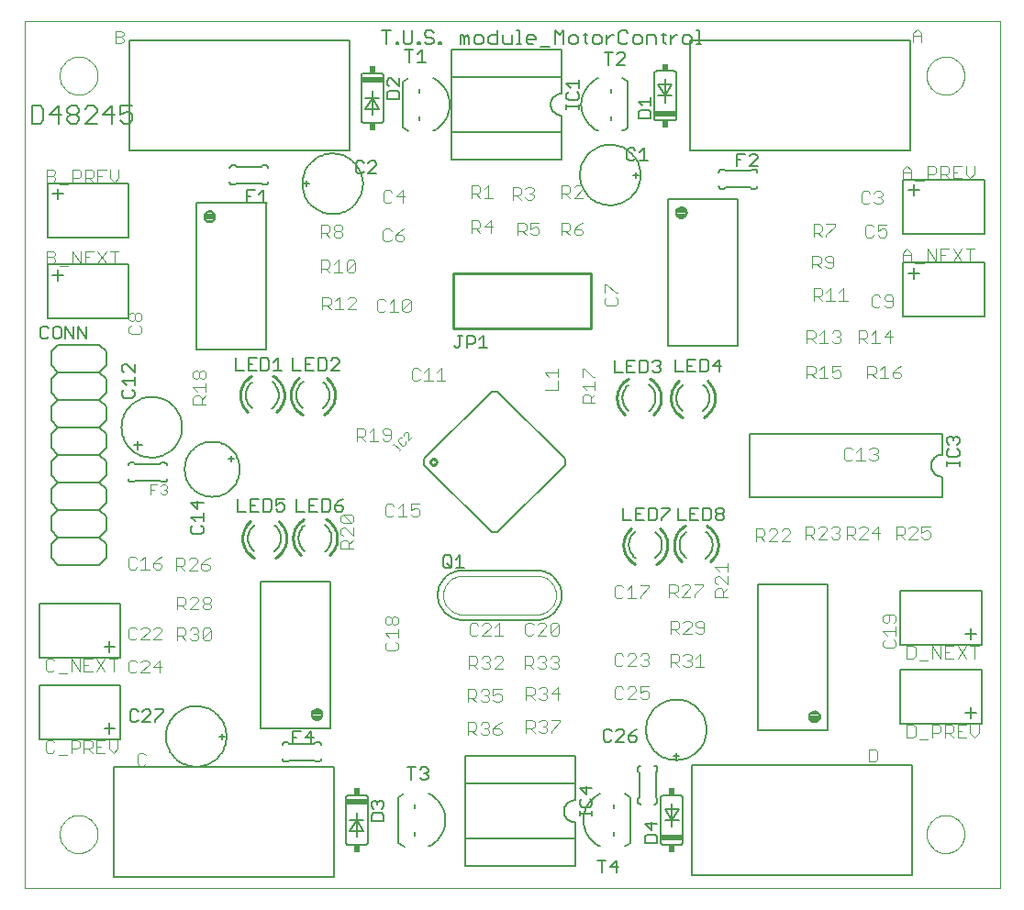
<source format=gto>
G75*
G70*
%OFA0B0*%
%FSLAX24Y24*%
%IPPOS*%
%LPD*%
%AMOC8*
5,1,8,0,0,1.08239X$1,22.5*
%
%ADD10C,0.0000*%
%ADD11C,0.0070*%
%ADD12C,0.0060*%
%ADD13C,0.0050*%
%ADD14C,0.0080*%
%ADD15C,0.0100*%
%ADD16C,0.0030*%
%ADD17C,0.0040*%
%ADD18C,0.0020*%
%ADD19C,0.0079*%
%ADD20R,0.0800X0.0200*%
%ADD21R,0.0200X0.0250*%
D10*
X001560Y003750D02*
X001560Y035246D01*
X036993Y035246D01*
X036993Y003750D01*
X001560Y003750D01*
X002840Y005719D02*
X002842Y005771D01*
X002848Y005823D01*
X002858Y005874D01*
X002871Y005924D01*
X002889Y005974D01*
X002910Y006021D01*
X002934Y006067D01*
X002963Y006111D01*
X002994Y006153D01*
X003028Y006192D01*
X003065Y006229D01*
X003105Y006262D01*
X003148Y006293D01*
X003192Y006320D01*
X003238Y006344D01*
X003287Y006364D01*
X003336Y006380D01*
X003387Y006393D01*
X003438Y006402D01*
X003490Y006407D01*
X003542Y006408D01*
X003594Y006405D01*
X003646Y006398D01*
X003697Y006387D01*
X003747Y006373D01*
X003796Y006354D01*
X003843Y006332D01*
X003888Y006307D01*
X003932Y006278D01*
X003973Y006246D01*
X004012Y006211D01*
X004047Y006173D01*
X004080Y006132D01*
X004110Y006090D01*
X004136Y006045D01*
X004159Y005998D01*
X004178Y005949D01*
X004194Y005899D01*
X004206Y005849D01*
X004214Y005797D01*
X004218Y005745D01*
X004218Y005693D01*
X004214Y005641D01*
X004206Y005589D01*
X004194Y005539D01*
X004178Y005489D01*
X004159Y005440D01*
X004136Y005393D01*
X004110Y005348D01*
X004080Y005306D01*
X004047Y005265D01*
X004012Y005227D01*
X003973Y005192D01*
X003932Y005160D01*
X003888Y005131D01*
X003843Y005106D01*
X003796Y005084D01*
X003747Y005065D01*
X003697Y005051D01*
X003646Y005040D01*
X003594Y005033D01*
X003542Y005030D01*
X003490Y005031D01*
X003438Y005036D01*
X003387Y005045D01*
X003336Y005058D01*
X003287Y005074D01*
X003238Y005094D01*
X003192Y005118D01*
X003148Y005145D01*
X003105Y005176D01*
X003065Y005209D01*
X003028Y005246D01*
X002994Y005285D01*
X002963Y005327D01*
X002934Y005371D01*
X002910Y005417D01*
X002889Y005464D01*
X002871Y005514D01*
X002858Y005564D01*
X002848Y005615D01*
X002842Y005667D01*
X002840Y005719D01*
X002840Y033278D02*
X002842Y033330D01*
X002848Y033382D01*
X002858Y033433D01*
X002871Y033483D01*
X002889Y033533D01*
X002910Y033580D01*
X002934Y033626D01*
X002963Y033670D01*
X002994Y033712D01*
X003028Y033751D01*
X003065Y033788D01*
X003105Y033821D01*
X003148Y033852D01*
X003192Y033879D01*
X003238Y033903D01*
X003287Y033923D01*
X003336Y033939D01*
X003387Y033952D01*
X003438Y033961D01*
X003490Y033966D01*
X003542Y033967D01*
X003594Y033964D01*
X003646Y033957D01*
X003697Y033946D01*
X003747Y033932D01*
X003796Y033913D01*
X003843Y033891D01*
X003888Y033866D01*
X003932Y033837D01*
X003973Y033805D01*
X004012Y033770D01*
X004047Y033732D01*
X004080Y033691D01*
X004110Y033649D01*
X004136Y033604D01*
X004159Y033557D01*
X004178Y033508D01*
X004194Y033458D01*
X004206Y033408D01*
X004214Y033356D01*
X004218Y033304D01*
X004218Y033252D01*
X004214Y033200D01*
X004206Y033148D01*
X004194Y033098D01*
X004178Y033048D01*
X004159Y032999D01*
X004136Y032952D01*
X004110Y032907D01*
X004080Y032865D01*
X004047Y032824D01*
X004012Y032786D01*
X003973Y032751D01*
X003932Y032719D01*
X003888Y032690D01*
X003843Y032665D01*
X003796Y032643D01*
X003747Y032624D01*
X003697Y032610D01*
X003646Y032599D01*
X003594Y032592D01*
X003542Y032589D01*
X003490Y032590D01*
X003438Y032595D01*
X003387Y032604D01*
X003336Y032617D01*
X003287Y032633D01*
X003238Y032653D01*
X003192Y032677D01*
X003148Y032704D01*
X003105Y032735D01*
X003065Y032768D01*
X003028Y032805D01*
X002994Y032844D01*
X002963Y032886D01*
X002934Y032930D01*
X002910Y032976D01*
X002889Y033023D01*
X002871Y033073D01*
X002858Y033123D01*
X002848Y033174D01*
X002842Y033226D01*
X002840Y033278D01*
X034336Y033278D02*
X034338Y033330D01*
X034344Y033382D01*
X034354Y033433D01*
X034367Y033483D01*
X034385Y033533D01*
X034406Y033580D01*
X034430Y033626D01*
X034459Y033670D01*
X034490Y033712D01*
X034524Y033751D01*
X034561Y033788D01*
X034601Y033821D01*
X034644Y033852D01*
X034688Y033879D01*
X034734Y033903D01*
X034783Y033923D01*
X034832Y033939D01*
X034883Y033952D01*
X034934Y033961D01*
X034986Y033966D01*
X035038Y033967D01*
X035090Y033964D01*
X035142Y033957D01*
X035193Y033946D01*
X035243Y033932D01*
X035292Y033913D01*
X035339Y033891D01*
X035384Y033866D01*
X035428Y033837D01*
X035469Y033805D01*
X035508Y033770D01*
X035543Y033732D01*
X035576Y033691D01*
X035606Y033649D01*
X035632Y033604D01*
X035655Y033557D01*
X035674Y033508D01*
X035690Y033458D01*
X035702Y033408D01*
X035710Y033356D01*
X035714Y033304D01*
X035714Y033252D01*
X035710Y033200D01*
X035702Y033148D01*
X035690Y033098D01*
X035674Y033048D01*
X035655Y032999D01*
X035632Y032952D01*
X035606Y032907D01*
X035576Y032865D01*
X035543Y032824D01*
X035508Y032786D01*
X035469Y032751D01*
X035428Y032719D01*
X035384Y032690D01*
X035339Y032665D01*
X035292Y032643D01*
X035243Y032624D01*
X035193Y032610D01*
X035142Y032599D01*
X035090Y032592D01*
X035038Y032589D01*
X034986Y032590D01*
X034934Y032595D01*
X034883Y032604D01*
X034832Y032617D01*
X034783Y032633D01*
X034734Y032653D01*
X034688Y032677D01*
X034644Y032704D01*
X034601Y032735D01*
X034561Y032768D01*
X034524Y032805D01*
X034490Y032844D01*
X034459Y032886D01*
X034430Y032930D01*
X034406Y032976D01*
X034385Y033023D01*
X034367Y033073D01*
X034354Y033123D01*
X034344Y033174D01*
X034338Y033226D01*
X034336Y033278D01*
X034336Y005719D02*
X034338Y005771D01*
X034344Y005823D01*
X034354Y005874D01*
X034367Y005924D01*
X034385Y005974D01*
X034406Y006021D01*
X034430Y006067D01*
X034459Y006111D01*
X034490Y006153D01*
X034524Y006192D01*
X034561Y006229D01*
X034601Y006262D01*
X034644Y006293D01*
X034688Y006320D01*
X034734Y006344D01*
X034783Y006364D01*
X034832Y006380D01*
X034883Y006393D01*
X034934Y006402D01*
X034986Y006407D01*
X035038Y006408D01*
X035090Y006405D01*
X035142Y006398D01*
X035193Y006387D01*
X035243Y006373D01*
X035292Y006354D01*
X035339Y006332D01*
X035384Y006307D01*
X035428Y006278D01*
X035469Y006246D01*
X035508Y006211D01*
X035543Y006173D01*
X035576Y006132D01*
X035606Y006090D01*
X035632Y006045D01*
X035655Y005998D01*
X035674Y005949D01*
X035690Y005899D01*
X035702Y005849D01*
X035710Y005797D01*
X035714Y005745D01*
X035714Y005693D01*
X035710Y005641D01*
X035702Y005589D01*
X035690Y005539D01*
X035674Y005489D01*
X035655Y005440D01*
X035632Y005393D01*
X035606Y005348D01*
X035576Y005306D01*
X035543Y005265D01*
X035508Y005227D01*
X035469Y005192D01*
X035428Y005160D01*
X035384Y005131D01*
X035339Y005106D01*
X035292Y005084D01*
X035243Y005065D01*
X035193Y005051D01*
X035142Y005040D01*
X035090Y005033D01*
X035038Y005030D01*
X034986Y005031D01*
X034934Y005036D01*
X034883Y005045D01*
X034832Y005058D01*
X034783Y005074D01*
X034734Y005094D01*
X034688Y005118D01*
X034644Y005145D01*
X034601Y005176D01*
X034561Y005209D01*
X034524Y005246D01*
X034490Y005285D01*
X034459Y005327D01*
X034430Y005371D01*
X034406Y005417D01*
X034385Y005464D01*
X034367Y005514D01*
X034354Y005564D01*
X034344Y005615D01*
X034338Y005667D01*
X034336Y005719D01*
D11*
X026148Y034425D02*
X025985Y034425D01*
X026067Y034425D02*
X026067Y034916D01*
X025985Y034916D01*
X025796Y034670D02*
X025715Y034752D01*
X025551Y034752D01*
X025469Y034670D01*
X025469Y034507D01*
X025551Y034425D01*
X025715Y034425D01*
X025796Y034507D01*
X025796Y034670D01*
X025285Y034752D02*
X025203Y034752D01*
X025040Y034589D01*
X025040Y034752D02*
X025040Y034425D01*
X024859Y034425D02*
X024778Y034507D01*
X024778Y034834D01*
X024696Y034752D02*
X024859Y034752D01*
X024507Y034670D02*
X024507Y034425D01*
X024507Y034670D02*
X024425Y034752D01*
X024180Y034752D01*
X024180Y034425D01*
X023992Y034507D02*
X023992Y034670D01*
X023910Y034752D01*
X023746Y034752D01*
X023665Y034670D01*
X023665Y034507D01*
X023746Y034425D01*
X023910Y034425D01*
X023992Y034507D01*
X023476Y034507D02*
X023394Y034425D01*
X023231Y034425D01*
X023149Y034507D01*
X023149Y034834D01*
X023231Y034916D01*
X023394Y034916D01*
X023476Y034834D01*
X022965Y034752D02*
X022883Y034752D01*
X022719Y034589D01*
X022719Y034752D02*
X022719Y034425D01*
X022531Y034507D02*
X022531Y034670D01*
X022449Y034752D01*
X022285Y034752D01*
X022204Y034670D01*
X022204Y034507D01*
X022285Y034425D01*
X022449Y034425D01*
X022531Y034507D01*
X022023Y034425D02*
X021942Y034507D01*
X021942Y034834D01*
X021860Y034752D02*
X022023Y034752D01*
X021671Y034670D02*
X021589Y034752D01*
X021426Y034752D01*
X021344Y034670D01*
X021344Y034507D01*
X021426Y034425D01*
X021589Y034425D01*
X021671Y034507D01*
X021671Y034670D01*
X021156Y034916D02*
X021156Y034425D01*
X020829Y034425D02*
X020829Y034916D01*
X020992Y034752D01*
X021156Y034916D01*
X020640Y034344D02*
X020313Y034344D01*
X020043Y034425D02*
X019879Y034425D01*
X019797Y034507D01*
X019797Y034670D01*
X019879Y034752D01*
X020043Y034752D01*
X020124Y034670D01*
X020124Y034589D01*
X019797Y034589D01*
X019617Y034425D02*
X019454Y034425D01*
X019535Y034425D02*
X019535Y034916D01*
X019454Y034916D01*
X019265Y034752D02*
X019265Y034425D01*
X019020Y034425D01*
X018938Y034507D01*
X018938Y034752D01*
X018749Y034752D02*
X018504Y034752D01*
X018422Y034670D01*
X018422Y034507D01*
X018504Y034425D01*
X018749Y034425D01*
X018749Y034916D01*
X018234Y034670D02*
X018152Y034752D01*
X017988Y034752D01*
X017907Y034670D01*
X017907Y034507D01*
X017988Y034425D01*
X018152Y034425D01*
X018234Y034507D01*
X018234Y034670D01*
X017718Y034670D02*
X017718Y034425D01*
X017554Y034425D02*
X017554Y034670D01*
X017636Y034752D01*
X017718Y034670D01*
X017554Y034670D02*
X017473Y034752D01*
X017391Y034752D01*
X017391Y034425D01*
X016699Y034425D02*
X016618Y034425D01*
X016618Y034507D01*
X016699Y034507D01*
X016699Y034425D01*
X016429Y034507D02*
X016347Y034425D01*
X016184Y034425D01*
X016102Y034507D01*
X015926Y034507D02*
X015926Y034425D01*
X015844Y034425D01*
X015844Y034507D01*
X015926Y034507D01*
X015655Y034507D02*
X015655Y034916D01*
X015328Y034916D02*
X015328Y034507D01*
X015410Y034425D01*
X015574Y034425D01*
X015655Y034507D01*
X016102Y034752D02*
X016184Y034670D01*
X016347Y034670D01*
X016429Y034589D01*
X016429Y034507D01*
X016429Y034834D02*
X016347Y034916D01*
X016184Y034916D01*
X016102Y034834D01*
X016102Y034752D01*
X015152Y034507D02*
X015152Y034425D01*
X015071Y034425D01*
X015071Y034507D01*
X015152Y034507D01*
X014718Y034425D02*
X014718Y034916D01*
X014555Y034916D02*
X014882Y034916D01*
D12*
X014500Y033370D02*
X013900Y033370D01*
X013883Y033368D01*
X013866Y033364D01*
X013850Y033357D01*
X013836Y033347D01*
X013823Y033334D01*
X013813Y033320D01*
X013806Y033304D01*
X013802Y033287D01*
X013800Y033270D01*
X013800Y031670D01*
X013802Y031653D01*
X013806Y031636D01*
X013813Y031620D01*
X013823Y031606D01*
X013836Y031593D01*
X013850Y031583D01*
X013866Y031576D01*
X013883Y031572D01*
X013900Y031570D01*
X014500Y031570D01*
X014517Y031572D01*
X014534Y031576D01*
X014550Y031583D01*
X014564Y031593D01*
X014577Y031606D01*
X014587Y031620D01*
X014594Y031636D01*
X014598Y031653D01*
X014600Y031670D01*
X014600Y033270D01*
X014598Y033287D01*
X014594Y033304D01*
X014587Y033320D01*
X014577Y033334D01*
X014564Y033347D01*
X014550Y033357D01*
X014534Y033364D01*
X014517Y033368D01*
X014500Y033370D01*
X014200Y032720D02*
X014200Y032470D01*
X013950Y032470D01*
X014200Y032470D02*
X013950Y032070D01*
X014450Y032070D01*
X014200Y032470D01*
X014450Y032470D01*
X014200Y032470D02*
X014200Y031870D01*
X011660Y029350D02*
X011662Y029416D01*
X011668Y029481D01*
X011678Y029546D01*
X011691Y029611D01*
X011709Y029674D01*
X011730Y029737D01*
X011755Y029797D01*
X011784Y029857D01*
X011816Y029914D01*
X011851Y029970D01*
X011890Y030023D01*
X011932Y030074D01*
X011976Y030122D01*
X012024Y030167D01*
X012074Y030210D01*
X012127Y030249D01*
X012182Y030286D01*
X012239Y030319D01*
X012298Y030348D01*
X012358Y030374D01*
X012420Y030396D01*
X012483Y030415D01*
X012547Y030429D01*
X012612Y030440D01*
X012678Y030447D01*
X012744Y030450D01*
X012809Y030449D01*
X012875Y030444D01*
X012940Y030435D01*
X013005Y030422D01*
X013068Y030406D01*
X013131Y030386D01*
X013192Y030361D01*
X013252Y030334D01*
X013310Y030303D01*
X013366Y030268D01*
X013420Y030230D01*
X013471Y030189D01*
X013520Y030145D01*
X013566Y030098D01*
X013610Y030049D01*
X013650Y029997D01*
X013687Y029942D01*
X013721Y029886D01*
X013751Y029827D01*
X013778Y029767D01*
X013801Y029706D01*
X013820Y029643D01*
X013836Y029579D01*
X013848Y029514D01*
X013856Y029449D01*
X013860Y029383D01*
X013860Y029317D01*
X013856Y029251D01*
X013848Y029186D01*
X013836Y029121D01*
X013820Y029057D01*
X013801Y028994D01*
X013778Y028933D01*
X013751Y028873D01*
X013721Y028814D01*
X013687Y028758D01*
X013650Y028703D01*
X013610Y028651D01*
X013566Y028602D01*
X013520Y028555D01*
X013471Y028511D01*
X013420Y028470D01*
X013366Y028432D01*
X013310Y028397D01*
X013252Y028366D01*
X013192Y028339D01*
X013131Y028314D01*
X013068Y028294D01*
X013005Y028278D01*
X012940Y028265D01*
X012875Y028256D01*
X012809Y028251D01*
X012744Y028250D01*
X012678Y028253D01*
X012612Y028260D01*
X012547Y028271D01*
X012483Y028285D01*
X012420Y028304D01*
X012358Y028326D01*
X012298Y028352D01*
X012239Y028381D01*
X012182Y028414D01*
X012127Y028451D01*
X012074Y028490D01*
X012024Y028533D01*
X011976Y028578D01*
X011932Y028626D01*
X011890Y028677D01*
X011851Y028730D01*
X011816Y028786D01*
X011784Y028843D01*
X011755Y028903D01*
X011730Y028963D01*
X011709Y029026D01*
X011691Y029089D01*
X011678Y029154D01*
X011668Y029219D01*
X011662Y029284D01*
X011660Y029350D01*
X011710Y029350D02*
X011910Y029350D01*
X011810Y029250D02*
X011810Y029450D01*
X010420Y029420D02*
X010418Y029403D01*
X010414Y029386D01*
X010407Y029370D01*
X010397Y029356D01*
X010384Y029343D01*
X010370Y029333D01*
X010354Y029326D01*
X010337Y029322D01*
X010320Y029320D01*
X010220Y029320D01*
X010170Y029370D01*
X009270Y029370D01*
X009220Y029320D01*
X009120Y029320D01*
X009103Y029322D01*
X009086Y029326D01*
X009070Y029333D01*
X009056Y029343D01*
X009043Y029356D01*
X009033Y029370D01*
X009026Y029386D01*
X009022Y029403D01*
X009020Y029420D01*
X009020Y029920D02*
X009022Y029937D01*
X009026Y029954D01*
X009033Y029970D01*
X009043Y029984D01*
X009056Y029997D01*
X009070Y030007D01*
X009086Y030014D01*
X009103Y030018D01*
X009120Y030020D01*
X009220Y030020D01*
X009270Y029970D01*
X010170Y029970D01*
X010220Y030020D01*
X010320Y030020D01*
X010337Y030018D01*
X010354Y030014D01*
X010370Y030007D01*
X010384Y029997D01*
X010397Y029984D01*
X010407Y029970D01*
X010414Y029954D01*
X010418Y029937D01*
X010420Y029920D01*
X005480Y031647D02*
X005373Y031540D01*
X005160Y031540D01*
X005053Y031647D01*
X005053Y031861D02*
X005266Y031967D01*
X005373Y031967D01*
X005480Y031861D01*
X005480Y031647D01*
X005480Y032181D02*
X005053Y032181D01*
X005053Y031861D01*
X004835Y031861D02*
X004408Y031861D01*
X004728Y032181D01*
X004728Y031540D01*
X004191Y031540D02*
X003764Y031540D01*
X004191Y031967D01*
X004191Y032074D01*
X004084Y032181D01*
X003870Y032181D01*
X003764Y032074D01*
X003546Y032074D02*
X003546Y031967D01*
X003439Y031861D01*
X003226Y031861D01*
X003119Y031967D01*
X003119Y032074D01*
X003226Y032181D01*
X003439Y032181D01*
X003546Y032074D01*
X003439Y031861D02*
X003546Y031754D01*
X003546Y031647D01*
X003439Y031540D01*
X003226Y031540D01*
X003119Y031647D01*
X003119Y031754D01*
X003226Y031861D01*
X002902Y031861D02*
X002475Y031861D01*
X002795Y032181D01*
X002795Y031540D01*
X002257Y031647D02*
X002257Y032074D01*
X002150Y032181D01*
X001830Y032181D01*
X001830Y031540D01*
X002150Y031540D01*
X002257Y031647D01*
X002779Y023498D02*
X002529Y023248D01*
X002529Y022748D01*
X002779Y022498D01*
X004279Y022498D01*
X004529Y022248D01*
X004529Y021748D01*
X004279Y021498D01*
X002779Y021498D01*
X002529Y021248D01*
X002529Y020748D01*
X002779Y020498D01*
X004279Y020498D01*
X004529Y020248D01*
X004529Y019748D01*
X004279Y019498D01*
X002779Y019498D01*
X002529Y019248D01*
X002529Y018748D01*
X002779Y018498D01*
X004279Y018498D01*
X004529Y018248D01*
X004529Y017748D01*
X004279Y017498D01*
X002779Y017498D01*
X002529Y017248D01*
X002529Y016748D01*
X002779Y016498D01*
X002529Y016248D01*
X002529Y015748D01*
X002779Y015498D01*
X004279Y015498D01*
X004529Y015748D01*
X004529Y016248D01*
X004279Y016498D01*
X002779Y016498D01*
X002779Y017498D02*
X002529Y017748D01*
X002529Y018248D01*
X002779Y018498D01*
X002779Y019498D02*
X002529Y019748D01*
X002529Y020248D01*
X002779Y020498D01*
X002779Y021498D02*
X002529Y021748D01*
X002529Y022248D01*
X002779Y022498D01*
X002779Y023498D02*
X004279Y023498D01*
X004529Y023248D01*
X004529Y022748D01*
X004279Y022498D01*
X004279Y021498D02*
X004529Y021248D01*
X004529Y020748D01*
X004279Y020498D01*
X004279Y019498D02*
X004529Y019248D01*
X004529Y018748D01*
X004279Y018498D01*
X005440Y018520D02*
X005540Y018520D01*
X005590Y018570D01*
X006490Y018570D01*
X006540Y018520D01*
X006640Y018520D01*
X006657Y018522D01*
X006674Y018526D01*
X006690Y018533D01*
X006704Y018543D01*
X006717Y018556D01*
X006727Y018570D01*
X006734Y018586D01*
X006738Y018603D01*
X006740Y018620D01*
X006740Y019120D02*
X006738Y019137D01*
X006734Y019154D01*
X006727Y019170D01*
X006717Y019184D01*
X006704Y019197D01*
X006690Y019207D01*
X006674Y019214D01*
X006657Y019218D01*
X006640Y019220D01*
X006540Y019220D01*
X006490Y019170D01*
X005590Y019170D01*
X005540Y019220D01*
X005440Y019220D01*
X005423Y019218D01*
X005406Y019214D01*
X005390Y019207D01*
X005376Y019197D01*
X005363Y019184D01*
X005353Y019170D01*
X005346Y019154D01*
X005342Y019137D01*
X005340Y019120D01*
X005340Y018620D02*
X005342Y018603D01*
X005346Y018586D01*
X005353Y018570D01*
X005363Y018556D01*
X005376Y018543D01*
X005390Y018533D01*
X005406Y018526D01*
X005423Y018522D01*
X005440Y018520D01*
X005690Y019703D02*
X005690Y019853D01*
X005540Y019853D01*
X005690Y019853D02*
X005690Y020003D01*
X005690Y019853D02*
X005840Y019853D01*
X005090Y020503D02*
X005092Y020569D01*
X005098Y020634D01*
X005108Y020699D01*
X005121Y020764D01*
X005139Y020827D01*
X005160Y020890D01*
X005185Y020950D01*
X005214Y021010D01*
X005246Y021067D01*
X005281Y021123D01*
X005320Y021176D01*
X005362Y021227D01*
X005406Y021275D01*
X005454Y021320D01*
X005504Y021363D01*
X005557Y021402D01*
X005612Y021439D01*
X005669Y021472D01*
X005728Y021501D01*
X005788Y021527D01*
X005850Y021549D01*
X005913Y021568D01*
X005977Y021582D01*
X006042Y021593D01*
X006108Y021600D01*
X006174Y021603D01*
X006239Y021602D01*
X006305Y021597D01*
X006370Y021588D01*
X006435Y021575D01*
X006498Y021559D01*
X006561Y021539D01*
X006622Y021514D01*
X006682Y021487D01*
X006740Y021456D01*
X006796Y021421D01*
X006850Y021383D01*
X006901Y021342D01*
X006950Y021298D01*
X006996Y021251D01*
X007040Y021202D01*
X007080Y021150D01*
X007117Y021095D01*
X007151Y021039D01*
X007181Y020980D01*
X007208Y020920D01*
X007231Y020859D01*
X007250Y020796D01*
X007266Y020732D01*
X007278Y020667D01*
X007286Y020602D01*
X007290Y020536D01*
X007290Y020470D01*
X007286Y020404D01*
X007278Y020339D01*
X007266Y020274D01*
X007250Y020210D01*
X007231Y020147D01*
X007208Y020086D01*
X007181Y020026D01*
X007151Y019967D01*
X007117Y019911D01*
X007080Y019856D01*
X007040Y019804D01*
X006996Y019755D01*
X006950Y019708D01*
X006901Y019664D01*
X006850Y019623D01*
X006796Y019585D01*
X006740Y019550D01*
X006682Y019519D01*
X006622Y019492D01*
X006561Y019467D01*
X006498Y019447D01*
X006435Y019431D01*
X006370Y019418D01*
X006305Y019409D01*
X006239Y019404D01*
X006174Y019403D01*
X006108Y019406D01*
X006042Y019413D01*
X005977Y019424D01*
X005913Y019438D01*
X005850Y019457D01*
X005788Y019479D01*
X005728Y019505D01*
X005669Y019534D01*
X005612Y019567D01*
X005557Y019604D01*
X005504Y019643D01*
X005454Y019686D01*
X005406Y019731D01*
X005362Y019779D01*
X005320Y019830D01*
X005281Y019883D01*
X005246Y019939D01*
X005214Y019996D01*
X005185Y020056D01*
X005160Y020116D01*
X005139Y020179D01*
X005121Y020242D01*
X005108Y020307D01*
X005098Y020372D01*
X005092Y020437D01*
X005090Y020503D01*
X004279Y017498D02*
X004529Y017248D01*
X004529Y016748D01*
X004279Y016498D01*
X007385Y018978D02*
X007387Y019041D01*
X007393Y019103D01*
X007403Y019165D01*
X007416Y019227D01*
X007434Y019287D01*
X007455Y019346D01*
X007480Y019404D01*
X007509Y019460D01*
X007541Y019514D01*
X007576Y019566D01*
X007614Y019615D01*
X007656Y019663D01*
X007700Y019707D01*
X007748Y019749D01*
X007797Y019787D01*
X007849Y019822D01*
X007903Y019854D01*
X007959Y019883D01*
X008017Y019908D01*
X008076Y019929D01*
X008136Y019947D01*
X008198Y019960D01*
X008260Y019970D01*
X008322Y019976D01*
X008385Y019978D01*
X008448Y019976D01*
X008510Y019970D01*
X008572Y019960D01*
X008634Y019947D01*
X008694Y019929D01*
X008753Y019908D01*
X008811Y019883D01*
X008867Y019854D01*
X008921Y019822D01*
X008973Y019787D01*
X009022Y019749D01*
X009070Y019707D01*
X009114Y019663D01*
X009156Y019615D01*
X009194Y019566D01*
X009229Y019514D01*
X009261Y019460D01*
X009290Y019404D01*
X009315Y019346D01*
X009336Y019287D01*
X009354Y019227D01*
X009367Y019165D01*
X009377Y019103D01*
X009383Y019041D01*
X009385Y018978D01*
X009383Y018915D01*
X009377Y018853D01*
X009367Y018791D01*
X009354Y018729D01*
X009336Y018669D01*
X009315Y018610D01*
X009290Y018552D01*
X009261Y018496D01*
X009229Y018442D01*
X009194Y018390D01*
X009156Y018341D01*
X009114Y018293D01*
X009070Y018249D01*
X009022Y018207D01*
X008973Y018169D01*
X008921Y018134D01*
X008867Y018102D01*
X008811Y018073D01*
X008753Y018048D01*
X008694Y018027D01*
X008634Y018009D01*
X008572Y017996D01*
X008510Y017986D01*
X008448Y017980D01*
X008385Y017978D01*
X008322Y017980D01*
X008260Y017986D01*
X008198Y017996D01*
X008136Y018009D01*
X008076Y018027D01*
X008017Y018048D01*
X007959Y018073D01*
X007903Y018102D01*
X007849Y018134D01*
X007797Y018169D01*
X007748Y018207D01*
X007700Y018249D01*
X007656Y018293D01*
X007614Y018341D01*
X007576Y018390D01*
X007541Y018442D01*
X007509Y018496D01*
X007480Y018552D01*
X007455Y018610D01*
X007434Y018669D01*
X007416Y018729D01*
X007403Y018791D01*
X007393Y018853D01*
X007387Y018915D01*
X007385Y018978D01*
X008985Y019378D02*
X009185Y019378D01*
X009085Y019478D02*
X009085Y019278D01*
X009600Y021670D02*
X009602Y021715D01*
X009607Y021761D01*
X009615Y021805D01*
X009627Y021849D01*
X009643Y021892D01*
X009661Y021934D01*
X009683Y021974D01*
X009707Y022012D01*
X009734Y022048D01*
X009764Y022083D01*
X009797Y022114D01*
X009832Y022144D01*
X010800Y021670D02*
X010798Y021623D01*
X010792Y021575D01*
X010783Y021529D01*
X010770Y021483D01*
X010754Y021439D01*
X010733Y021395D01*
X010710Y021354D01*
X010684Y021315D01*
X010654Y021278D01*
X010621Y021243D01*
X010586Y021211D01*
X010549Y021182D01*
X010800Y021670D02*
X010798Y021716D01*
X010793Y021762D01*
X010784Y021808D01*
X010772Y021853D01*
X010756Y021896D01*
X010737Y021938D01*
X010714Y021979D01*
X010689Y022018D01*
X010661Y022054D01*
X010630Y022089D01*
X010596Y022121D01*
X010560Y022150D01*
X009600Y021670D02*
X009602Y021625D01*
X009607Y021579D01*
X009615Y021535D01*
X009627Y021491D01*
X009643Y021448D01*
X009661Y021406D01*
X009683Y021366D01*
X009707Y021328D01*
X009734Y021292D01*
X009764Y021257D01*
X009797Y021226D01*
X009832Y021196D01*
X011440Y021670D02*
X011442Y021717D01*
X011448Y021765D01*
X011457Y021811D01*
X011470Y021857D01*
X011486Y021901D01*
X011507Y021945D01*
X011530Y021986D01*
X011556Y022025D01*
X011586Y022062D01*
X011619Y022097D01*
X011654Y022129D01*
X011691Y022158D01*
X012640Y021670D02*
X012638Y021625D01*
X012633Y021579D01*
X012625Y021535D01*
X012613Y021491D01*
X012597Y021448D01*
X012579Y021406D01*
X012557Y021366D01*
X012533Y021328D01*
X012506Y021292D01*
X012476Y021257D01*
X012443Y021226D01*
X012408Y021196D01*
X012640Y021670D02*
X012638Y021715D01*
X012633Y021761D01*
X012625Y021805D01*
X012613Y021849D01*
X012597Y021892D01*
X012579Y021934D01*
X012557Y021974D01*
X012533Y022012D01*
X012506Y022048D01*
X012476Y022083D01*
X012443Y022114D01*
X012408Y022144D01*
X011440Y021670D02*
X011442Y021624D01*
X011447Y021578D01*
X011456Y021532D01*
X011468Y021487D01*
X011484Y021444D01*
X011503Y021402D01*
X011526Y021361D01*
X011551Y021322D01*
X011579Y021286D01*
X011610Y021251D01*
X011644Y021219D01*
X011680Y021190D01*
X012720Y016470D02*
X012718Y016423D01*
X012712Y016375D01*
X012703Y016329D01*
X012690Y016283D01*
X012674Y016239D01*
X012653Y016195D01*
X012630Y016154D01*
X012604Y016115D01*
X012574Y016078D01*
X012541Y016043D01*
X012506Y016011D01*
X012469Y015982D01*
X011520Y016470D02*
X011522Y016515D01*
X011527Y016561D01*
X011535Y016605D01*
X011547Y016649D01*
X011563Y016692D01*
X011581Y016734D01*
X011603Y016774D01*
X011627Y016812D01*
X011654Y016848D01*
X011684Y016883D01*
X011717Y016914D01*
X011752Y016944D01*
X011520Y016470D02*
X011522Y016425D01*
X011527Y016379D01*
X011535Y016335D01*
X011547Y016291D01*
X011563Y016248D01*
X011581Y016206D01*
X011603Y016166D01*
X011627Y016128D01*
X011654Y016092D01*
X011684Y016057D01*
X011717Y016026D01*
X011752Y015996D01*
X012720Y016470D02*
X012718Y016516D01*
X012713Y016562D01*
X012704Y016608D01*
X012692Y016653D01*
X012676Y016696D01*
X012657Y016738D01*
X012634Y016779D01*
X012609Y016818D01*
X012581Y016854D01*
X012550Y016889D01*
X012516Y016921D01*
X012480Y016950D01*
X010880Y016470D02*
X010878Y016425D01*
X010873Y016379D01*
X010865Y016335D01*
X010853Y016291D01*
X010837Y016248D01*
X010819Y016206D01*
X010797Y016166D01*
X010773Y016128D01*
X010746Y016092D01*
X010716Y016057D01*
X010683Y016026D01*
X010648Y015996D01*
X009680Y016470D02*
X009682Y016517D01*
X009688Y016565D01*
X009697Y016611D01*
X009710Y016657D01*
X009726Y016701D01*
X009747Y016745D01*
X009770Y016786D01*
X009796Y016825D01*
X009826Y016862D01*
X009859Y016897D01*
X009894Y016929D01*
X009931Y016958D01*
X009680Y016470D02*
X009682Y016424D01*
X009687Y016378D01*
X009696Y016332D01*
X009708Y016287D01*
X009724Y016244D01*
X009743Y016202D01*
X009766Y016161D01*
X009791Y016122D01*
X009819Y016086D01*
X009850Y016051D01*
X009884Y016019D01*
X009920Y015990D01*
X010880Y016470D02*
X010878Y016515D01*
X010873Y016561D01*
X010865Y016605D01*
X010853Y016649D01*
X010837Y016692D01*
X010819Y016734D01*
X010797Y016774D01*
X010773Y016812D01*
X010746Y016848D01*
X010716Y016883D01*
X010683Y016914D01*
X010648Y016944D01*
X017475Y015303D02*
X020175Y015303D01*
X020234Y015301D01*
X020292Y015295D01*
X020351Y015286D01*
X020408Y015272D01*
X020464Y015255D01*
X020519Y015234D01*
X020573Y015210D01*
X020625Y015182D01*
X020675Y015151D01*
X020723Y015117D01*
X020768Y015080D01*
X020811Y015039D01*
X020852Y014996D01*
X020889Y014951D01*
X020923Y014903D01*
X020954Y014853D01*
X020982Y014801D01*
X021006Y014747D01*
X021027Y014692D01*
X021044Y014636D01*
X021058Y014579D01*
X021067Y014520D01*
X021073Y014462D01*
X021075Y014403D01*
X021073Y014344D01*
X021067Y014286D01*
X021058Y014227D01*
X021044Y014170D01*
X021027Y014114D01*
X021006Y014059D01*
X020982Y014005D01*
X020954Y013953D01*
X020923Y013903D01*
X020889Y013855D01*
X020852Y013810D01*
X020811Y013767D01*
X020768Y013726D01*
X020723Y013689D01*
X020675Y013655D01*
X020625Y013624D01*
X020573Y013596D01*
X020519Y013572D01*
X020464Y013551D01*
X020408Y013534D01*
X020351Y013520D01*
X020292Y013511D01*
X020234Y013505D01*
X020175Y013503D01*
X017475Y013503D01*
X017416Y013505D01*
X017358Y013511D01*
X017299Y013520D01*
X017242Y013534D01*
X017186Y013551D01*
X017131Y013572D01*
X017077Y013596D01*
X017025Y013624D01*
X016975Y013655D01*
X016927Y013689D01*
X016882Y013726D01*
X016839Y013767D01*
X016798Y013810D01*
X016761Y013855D01*
X016727Y013903D01*
X016696Y013953D01*
X016668Y014005D01*
X016644Y014059D01*
X016623Y014114D01*
X016606Y014170D01*
X016592Y014227D01*
X016583Y014286D01*
X016577Y014344D01*
X016575Y014403D01*
X016577Y014462D01*
X016583Y014520D01*
X016592Y014579D01*
X016606Y014636D01*
X016623Y014692D01*
X016644Y014747D01*
X016668Y014801D01*
X016696Y014853D01*
X016727Y014903D01*
X016761Y014951D01*
X016798Y014996D01*
X016839Y015039D01*
X016882Y015080D01*
X016927Y015117D01*
X016975Y015151D01*
X017025Y015182D01*
X017077Y015210D01*
X017131Y015234D01*
X017186Y015255D01*
X017242Y015272D01*
X017299Y015286D01*
X017358Y015295D01*
X017416Y015301D01*
X017475Y015303D01*
X012240Y009060D02*
X012140Y009060D01*
X012090Y009010D01*
X011190Y009010D01*
X011140Y009060D01*
X011040Y009060D01*
X011023Y009058D01*
X011006Y009054D01*
X010990Y009047D01*
X010976Y009037D01*
X010963Y009024D01*
X010953Y009010D01*
X010946Y008994D01*
X010942Y008977D01*
X010940Y008960D01*
X010940Y008460D02*
X010942Y008443D01*
X010946Y008426D01*
X010953Y008410D01*
X010963Y008396D01*
X010976Y008383D01*
X010990Y008373D01*
X011006Y008366D01*
X011023Y008362D01*
X011040Y008360D01*
X011140Y008360D01*
X011190Y008410D01*
X012090Y008410D01*
X012140Y008360D01*
X012240Y008360D01*
X012257Y008362D01*
X012274Y008366D01*
X012290Y008373D01*
X012304Y008383D01*
X012317Y008396D01*
X012327Y008410D01*
X012334Y008426D01*
X012338Y008443D01*
X012340Y008460D01*
X012340Y008960D02*
X012338Y008977D01*
X012334Y008994D01*
X012327Y009010D01*
X012317Y009024D01*
X012304Y009037D01*
X012290Y009047D01*
X012274Y009054D01*
X012257Y009058D01*
X012240Y009060D01*
X013340Y007130D02*
X013940Y007130D01*
X013957Y007128D01*
X013974Y007124D01*
X013990Y007117D01*
X014004Y007107D01*
X014017Y007094D01*
X014027Y007080D01*
X014034Y007064D01*
X014038Y007047D01*
X014040Y007030D01*
X014040Y005430D01*
X014038Y005413D01*
X014034Y005396D01*
X014027Y005380D01*
X014017Y005366D01*
X014004Y005353D01*
X013990Y005343D01*
X013974Y005336D01*
X013957Y005332D01*
X013940Y005330D01*
X013340Y005330D01*
X013323Y005332D01*
X013306Y005336D01*
X013290Y005343D01*
X013276Y005353D01*
X013263Y005366D01*
X013253Y005380D01*
X013246Y005396D01*
X013242Y005413D01*
X013240Y005430D01*
X013240Y007030D01*
X013242Y007047D01*
X013246Y007064D01*
X013253Y007080D01*
X013263Y007094D01*
X013276Y007107D01*
X013290Y007117D01*
X013306Y007124D01*
X013323Y007128D01*
X013340Y007130D01*
X013640Y006480D02*
X013640Y006230D01*
X013390Y006230D01*
X013640Y006230D02*
X013390Y005830D01*
X013890Y005830D01*
X013640Y006230D01*
X013890Y006230D01*
X013640Y006230D02*
X013640Y005630D01*
X017560Y005550D02*
X017560Y004550D01*
X021560Y004550D01*
X021560Y005550D01*
X021560Y006150D01*
X021521Y006152D01*
X021482Y006158D01*
X021444Y006167D01*
X021407Y006180D01*
X021371Y006197D01*
X021338Y006217D01*
X021306Y006241D01*
X021277Y006267D01*
X021251Y006296D01*
X021227Y006328D01*
X021207Y006361D01*
X021190Y006397D01*
X021177Y006434D01*
X021168Y006472D01*
X021162Y006511D01*
X021160Y006550D01*
X021162Y006589D01*
X021168Y006628D01*
X021177Y006666D01*
X021190Y006703D01*
X021207Y006739D01*
X021227Y006772D01*
X021251Y006804D01*
X021277Y006833D01*
X021306Y006859D01*
X021338Y006883D01*
X021371Y006903D01*
X021407Y006920D01*
X021444Y006933D01*
X021482Y006942D01*
X021521Y006948D01*
X021560Y006950D01*
X021560Y007550D01*
X017560Y007550D01*
X017560Y008550D01*
X021560Y008550D01*
X021560Y007550D01*
X021560Y005550D02*
X017560Y005550D01*
X017560Y007550D01*
X023850Y008010D02*
X023900Y007960D01*
X023900Y007060D01*
X023850Y007010D01*
X023850Y006910D01*
X023852Y006893D01*
X023856Y006876D01*
X023863Y006860D01*
X023873Y006846D01*
X023886Y006833D01*
X023900Y006823D01*
X023916Y006816D01*
X023933Y006812D01*
X023950Y006810D01*
X024450Y006810D02*
X024467Y006812D01*
X024484Y006816D01*
X024500Y006823D01*
X024514Y006833D01*
X024527Y006846D01*
X024537Y006860D01*
X024544Y006876D01*
X024548Y006893D01*
X024550Y006910D01*
X024550Y007010D01*
X024500Y007060D01*
X024500Y007960D01*
X024550Y008010D01*
X024550Y008110D01*
X024548Y008127D01*
X024544Y008144D01*
X024537Y008160D01*
X024527Y008174D01*
X024514Y008187D01*
X024500Y008197D01*
X024484Y008204D01*
X024467Y008208D01*
X024450Y008210D01*
X023950Y008210D02*
X023933Y008208D01*
X023916Y008204D01*
X023900Y008197D01*
X023886Y008187D01*
X023873Y008174D01*
X023863Y008160D01*
X023856Y008144D01*
X023852Y008127D01*
X023850Y008110D01*
X023850Y008010D01*
X024780Y007130D02*
X025380Y007130D01*
X025397Y007128D01*
X025414Y007124D01*
X025430Y007117D01*
X025444Y007107D01*
X025457Y007094D01*
X025467Y007080D01*
X025474Y007064D01*
X025478Y007047D01*
X025480Y007030D01*
X025480Y005430D01*
X025478Y005413D01*
X025474Y005396D01*
X025467Y005380D01*
X025457Y005366D01*
X025444Y005353D01*
X025430Y005343D01*
X025414Y005336D01*
X025397Y005332D01*
X025380Y005330D01*
X024780Y005330D01*
X024763Y005332D01*
X024746Y005336D01*
X024730Y005343D01*
X024716Y005353D01*
X024703Y005366D01*
X024693Y005380D01*
X024686Y005396D01*
X024682Y005413D01*
X024680Y005430D01*
X024680Y007030D01*
X024682Y007047D01*
X024686Y007064D01*
X024693Y007080D01*
X024703Y007094D01*
X024716Y007107D01*
X024730Y007117D01*
X024746Y007124D01*
X024763Y007128D01*
X024780Y007130D01*
X025080Y006830D02*
X025080Y006230D01*
X025330Y006230D01*
X025080Y006230D02*
X025080Y005980D01*
X025080Y006230D02*
X024830Y006230D01*
X025080Y006230D02*
X024830Y006630D01*
X025330Y006630D01*
X025080Y006230D01*
X025240Y008460D02*
X025240Y008660D01*
X025340Y008560D02*
X025140Y008560D01*
X024140Y009510D02*
X024142Y009576D01*
X024148Y009641D01*
X024158Y009706D01*
X024171Y009771D01*
X024189Y009834D01*
X024210Y009897D01*
X024235Y009957D01*
X024264Y010017D01*
X024296Y010074D01*
X024331Y010130D01*
X024370Y010183D01*
X024412Y010234D01*
X024456Y010282D01*
X024504Y010327D01*
X024554Y010370D01*
X024607Y010409D01*
X024662Y010446D01*
X024719Y010479D01*
X024778Y010508D01*
X024838Y010534D01*
X024900Y010556D01*
X024963Y010575D01*
X025027Y010589D01*
X025092Y010600D01*
X025158Y010607D01*
X025224Y010610D01*
X025289Y010609D01*
X025355Y010604D01*
X025420Y010595D01*
X025485Y010582D01*
X025548Y010566D01*
X025611Y010546D01*
X025672Y010521D01*
X025732Y010494D01*
X025790Y010463D01*
X025846Y010428D01*
X025900Y010390D01*
X025951Y010349D01*
X026000Y010305D01*
X026046Y010258D01*
X026090Y010209D01*
X026130Y010157D01*
X026167Y010102D01*
X026201Y010046D01*
X026231Y009987D01*
X026258Y009927D01*
X026281Y009866D01*
X026300Y009803D01*
X026316Y009739D01*
X026328Y009674D01*
X026336Y009609D01*
X026340Y009543D01*
X026340Y009477D01*
X026336Y009411D01*
X026328Y009346D01*
X026316Y009281D01*
X026300Y009217D01*
X026281Y009154D01*
X026258Y009093D01*
X026231Y009033D01*
X026201Y008974D01*
X026167Y008918D01*
X026130Y008863D01*
X026090Y008811D01*
X026046Y008762D01*
X026000Y008715D01*
X025951Y008671D01*
X025900Y008630D01*
X025846Y008592D01*
X025790Y008557D01*
X025732Y008526D01*
X025672Y008499D01*
X025611Y008474D01*
X025548Y008454D01*
X025485Y008438D01*
X025420Y008425D01*
X025355Y008416D01*
X025289Y008411D01*
X025224Y008410D01*
X025158Y008413D01*
X025092Y008420D01*
X025027Y008431D01*
X024963Y008445D01*
X024900Y008464D01*
X024838Y008486D01*
X024778Y008512D01*
X024719Y008541D01*
X024662Y008574D01*
X024607Y008611D01*
X024554Y008650D01*
X024504Y008693D01*
X024456Y008738D01*
X024412Y008786D01*
X024370Y008837D01*
X024331Y008890D01*
X024296Y008946D01*
X024264Y009003D01*
X024235Y009063D01*
X024210Y009123D01*
X024189Y009186D01*
X024171Y009249D01*
X024158Y009314D01*
X024148Y009379D01*
X024142Y009444D01*
X024140Y009510D01*
X023520Y016230D02*
X023522Y016277D01*
X023528Y016325D01*
X023537Y016371D01*
X023550Y016417D01*
X023566Y016461D01*
X023587Y016505D01*
X023610Y016546D01*
X023636Y016585D01*
X023666Y016622D01*
X023699Y016657D01*
X023734Y016689D01*
X023771Y016718D01*
X024720Y016230D02*
X024718Y016185D01*
X024713Y016139D01*
X024705Y016095D01*
X024693Y016051D01*
X024677Y016008D01*
X024659Y015966D01*
X024637Y015926D01*
X024613Y015888D01*
X024586Y015852D01*
X024556Y015817D01*
X024523Y015786D01*
X024488Y015756D01*
X024720Y016230D02*
X024718Y016275D01*
X024713Y016321D01*
X024705Y016365D01*
X024693Y016409D01*
X024677Y016452D01*
X024659Y016494D01*
X024637Y016534D01*
X024613Y016572D01*
X024586Y016608D01*
X024556Y016643D01*
X024523Y016674D01*
X024488Y016704D01*
X023520Y016230D02*
X023522Y016184D01*
X023527Y016138D01*
X023536Y016092D01*
X023548Y016047D01*
X023564Y016004D01*
X023583Y015962D01*
X023606Y015921D01*
X023631Y015882D01*
X023659Y015846D01*
X023690Y015811D01*
X023724Y015779D01*
X023760Y015750D01*
X025360Y016230D02*
X025362Y016275D01*
X025367Y016321D01*
X025375Y016365D01*
X025387Y016409D01*
X025403Y016452D01*
X025421Y016494D01*
X025443Y016534D01*
X025467Y016572D01*
X025494Y016608D01*
X025524Y016643D01*
X025557Y016674D01*
X025592Y016704D01*
X026560Y016230D02*
X026558Y016183D01*
X026552Y016135D01*
X026543Y016089D01*
X026530Y016043D01*
X026514Y015999D01*
X026493Y015955D01*
X026470Y015914D01*
X026444Y015875D01*
X026414Y015838D01*
X026381Y015803D01*
X026346Y015771D01*
X026309Y015742D01*
X026560Y016230D02*
X026558Y016276D01*
X026553Y016322D01*
X026544Y016368D01*
X026532Y016413D01*
X026516Y016456D01*
X026497Y016498D01*
X026474Y016539D01*
X026449Y016578D01*
X026421Y016614D01*
X026390Y016649D01*
X026356Y016681D01*
X026320Y016710D01*
X025360Y016230D02*
X025362Y016185D01*
X025367Y016139D01*
X025375Y016095D01*
X025387Y016051D01*
X025403Y016008D01*
X025421Y015966D01*
X025443Y015926D01*
X025467Y015888D01*
X025494Y015852D01*
X025524Y015817D01*
X025557Y015786D01*
X025592Y015756D01*
X027900Y017960D02*
X027900Y020260D01*
X034900Y020260D01*
X034900Y019510D01*
X034861Y019508D01*
X034822Y019502D01*
X034784Y019493D01*
X034747Y019480D01*
X034711Y019463D01*
X034678Y019443D01*
X034646Y019419D01*
X034617Y019393D01*
X034591Y019364D01*
X034567Y019332D01*
X034547Y019299D01*
X034530Y019263D01*
X034517Y019226D01*
X034508Y019188D01*
X034502Y019149D01*
X034500Y019110D01*
X034502Y019071D01*
X034508Y019032D01*
X034517Y018994D01*
X034530Y018957D01*
X034547Y018921D01*
X034567Y018888D01*
X034591Y018856D01*
X034617Y018827D01*
X034646Y018801D01*
X034678Y018777D01*
X034711Y018757D01*
X034747Y018740D01*
X034784Y018727D01*
X034822Y018718D01*
X034861Y018712D01*
X034900Y018710D01*
X034900Y017960D01*
X027900Y017960D01*
X025245Y021571D02*
X025247Y021618D01*
X025253Y021666D01*
X025262Y021712D01*
X025275Y021758D01*
X025291Y021802D01*
X025312Y021846D01*
X025335Y021887D01*
X025361Y021926D01*
X025391Y021963D01*
X025424Y021998D01*
X025459Y022030D01*
X025496Y022059D01*
X026445Y021571D02*
X026443Y021526D01*
X026438Y021480D01*
X026430Y021436D01*
X026418Y021392D01*
X026402Y021349D01*
X026384Y021307D01*
X026362Y021267D01*
X026338Y021229D01*
X026311Y021193D01*
X026281Y021158D01*
X026248Y021127D01*
X026213Y021097D01*
X026445Y021571D02*
X026443Y021616D01*
X026438Y021662D01*
X026430Y021706D01*
X026418Y021750D01*
X026402Y021793D01*
X026384Y021835D01*
X026362Y021875D01*
X026338Y021913D01*
X026311Y021949D01*
X026281Y021984D01*
X026248Y022015D01*
X026213Y022045D01*
X025245Y021571D02*
X025247Y021525D01*
X025252Y021479D01*
X025261Y021433D01*
X025273Y021388D01*
X025289Y021345D01*
X025308Y021303D01*
X025331Y021262D01*
X025356Y021223D01*
X025384Y021187D01*
X025415Y021152D01*
X025449Y021120D01*
X025485Y021091D01*
X023520Y022045D02*
X023485Y022015D01*
X023452Y021984D01*
X023422Y021949D01*
X023395Y021913D01*
X023371Y021875D01*
X023349Y021835D01*
X023331Y021793D01*
X023315Y021750D01*
X023303Y021706D01*
X023295Y021662D01*
X023290Y021616D01*
X023288Y021571D01*
X024248Y022051D02*
X024284Y022022D01*
X024318Y021990D01*
X024349Y021955D01*
X024377Y021919D01*
X024402Y021880D01*
X024425Y021839D01*
X024444Y021797D01*
X024460Y021754D01*
X024472Y021709D01*
X024481Y021663D01*
X024486Y021617D01*
X024488Y021571D01*
X023520Y021097D02*
X023485Y021127D01*
X023452Y021158D01*
X023422Y021193D01*
X023395Y021229D01*
X023371Y021267D01*
X023349Y021307D01*
X023331Y021349D01*
X023315Y021392D01*
X023303Y021436D01*
X023295Y021480D01*
X023290Y021526D01*
X023288Y021571D01*
X024237Y021083D02*
X024274Y021112D01*
X024309Y021144D01*
X024342Y021179D01*
X024372Y021216D01*
X024398Y021255D01*
X024421Y021296D01*
X024442Y021340D01*
X024458Y021384D01*
X024471Y021430D01*
X024480Y021476D01*
X024486Y021524D01*
X024488Y021571D01*
X026887Y029173D02*
X026987Y029173D01*
X027037Y029223D01*
X027937Y029223D01*
X027987Y029173D01*
X028087Y029173D01*
X028104Y029175D01*
X028121Y029179D01*
X028137Y029186D01*
X028151Y029196D01*
X028164Y029209D01*
X028174Y029223D01*
X028181Y029239D01*
X028185Y029256D01*
X028187Y029273D01*
X028187Y029773D02*
X028185Y029790D01*
X028181Y029807D01*
X028174Y029823D01*
X028164Y029837D01*
X028151Y029850D01*
X028137Y029860D01*
X028121Y029867D01*
X028104Y029871D01*
X028087Y029873D01*
X027987Y029873D01*
X027937Y029823D01*
X027037Y029823D01*
X026987Y029873D01*
X026887Y029873D01*
X026870Y029871D01*
X026853Y029867D01*
X026837Y029860D01*
X026823Y029850D01*
X026810Y029837D01*
X026800Y029823D01*
X026793Y029807D01*
X026789Y029790D01*
X026787Y029773D01*
X026787Y029273D02*
X026789Y029256D01*
X026793Y029239D01*
X026800Y029223D01*
X026810Y029209D01*
X026823Y029196D01*
X026837Y029186D01*
X026853Y029179D01*
X026870Y029175D01*
X026887Y029173D01*
X025140Y031650D02*
X024540Y031650D01*
X024523Y031652D01*
X024506Y031656D01*
X024490Y031663D01*
X024476Y031673D01*
X024463Y031686D01*
X024453Y031700D01*
X024446Y031716D01*
X024442Y031733D01*
X024440Y031750D01*
X024440Y033350D01*
X024442Y033367D01*
X024446Y033384D01*
X024453Y033400D01*
X024463Y033414D01*
X024476Y033427D01*
X024490Y033437D01*
X024506Y033444D01*
X024523Y033448D01*
X024540Y033450D01*
X025140Y033450D01*
X025157Y033448D01*
X025174Y033444D01*
X025190Y033437D01*
X025204Y033427D01*
X025217Y033414D01*
X025227Y033400D01*
X025234Y033384D01*
X025238Y033367D01*
X025240Y033350D01*
X025240Y031750D01*
X025238Y031733D01*
X025234Y031716D01*
X025227Y031700D01*
X025217Y031686D01*
X025204Y031673D01*
X025190Y031663D01*
X025174Y031656D01*
X025157Y031652D01*
X025140Y031650D01*
X024840Y032300D02*
X024840Y032550D01*
X025090Y032550D01*
X024840Y032550D02*
X024590Y032950D01*
X025090Y032950D01*
X024840Y032550D01*
X024590Y032550D01*
X024840Y032550D02*
X024840Y033150D01*
X023790Y029770D02*
X023790Y029570D01*
X023690Y029670D02*
X023890Y029670D01*
X021740Y029670D02*
X021742Y029736D01*
X021748Y029801D01*
X021758Y029866D01*
X021771Y029931D01*
X021789Y029994D01*
X021810Y030057D01*
X021835Y030117D01*
X021864Y030177D01*
X021896Y030234D01*
X021931Y030290D01*
X021970Y030343D01*
X022012Y030394D01*
X022056Y030442D01*
X022104Y030487D01*
X022154Y030530D01*
X022207Y030569D01*
X022262Y030606D01*
X022319Y030639D01*
X022378Y030668D01*
X022438Y030694D01*
X022500Y030716D01*
X022563Y030735D01*
X022627Y030749D01*
X022692Y030760D01*
X022758Y030767D01*
X022824Y030770D01*
X022889Y030769D01*
X022955Y030764D01*
X023020Y030755D01*
X023085Y030742D01*
X023148Y030726D01*
X023211Y030706D01*
X023272Y030681D01*
X023332Y030654D01*
X023390Y030623D01*
X023446Y030588D01*
X023500Y030550D01*
X023551Y030509D01*
X023600Y030465D01*
X023646Y030418D01*
X023690Y030369D01*
X023730Y030317D01*
X023767Y030262D01*
X023801Y030206D01*
X023831Y030147D01*
X023858Y030087D01*
X023881Y030026D01*
X023900Y029963D01*
X023916Y029899D01*
X023928Y029834D01*
X023936Y029769D01*
X023940Y029703D01*
X023940Y029637D01*
X023936Y029571D01*
X023928Y029506D01*
X023916Y029441D01*
X023900Y029377D01*
X023881Y029314D01*
X023858Y029253D01*
X023831Y029193D01*
X023801Y029134D01*
X023767Y029078D01*
X023730Y029023D01*
X023690Y028971D01*
X023646Y028922D01*
X023600Y028875D01*
X023551Y028831D01*
X023500Y028790D01*
X023446Y028752D01*
X023390Y028717D01*
X023332Y028686D01*
X023272Y028659D01*
X023211Y028634D01*
X023148Y028614D01*
X023085Y028598D01*
X023020Y028585D01*
X022955Y028576D01*
X022889Y028571D01*
X022824Y028570D01*
X022758Y028573D01*
X022692Y028580D01*
X022627Y028591D01*
X022563Y028605D01*
X022500Y028624D01*
X022438Y028646D01*
X022378Y028672D01*
X022319Y028701D01*
X022262Y028734D01*
X022207Y028771D01*
X022154Y028810D01*
X022104Y028853D01*
X022056Y028898D01*
X022012Y028946D01*
X021970Y028997D01*
X021931Y029050D01*
X021896Y029106D01*
X021864Y029163D01*
X021835Y029223D01*
X021810Y029283D01*
X021789Y029346D01*
X021771Y029409D01*
X021758Y029474D01*
X021748Y029539D01*
X021742Y029604D01*
X021740Y029670D01*
X021080Y030230D02*
X021080Y031230D01*
X021080Y031830D01*
X021041Y031832D01*
X021002Y031838D01*
X020964Y031847D01*
X020927Y031860D01*
X020891Y031877D01*
X020858Y031897D01*
X020826Y031921D01*
X020797Y031947D01*
X020771Y031976D01*
X020747Y032008D01*
X020727Y032041D01*
X020710Y032077D01*
X020697Y032114D01*
X020688Y032152D01*
X020682Y032191D01*
X020680Y032230D01*
X020682Y032269D01*
X020688Y032308D01*
X020697Y032346D01*
X020710Y032383D01*
X020727Y032419D01*
X020747Y032452D01*
X020771Y032484D01*
X020797Y032513D01*
X020826Y032539D01*
X020858Y032563D01*
X020891Y032583D01*
X020927Y032600D01*
X020964Y032613D01*
X021002Y032622D01*
X021041Y032628D01*
X021080Y032630D01*
X021080Y033230D01*
X017080Y033230D01*
X017080Y034230D01*
X021080Y034230D01*
X021080Y033230D01*
X021080Y031230D02*
X017080Y031230D01*
X017080Y033230D01*
X017080Y031230D02*
X017080Y030230D01*
X021080Y030230D01*
X008750Y009370D02*
X008750Y009170D01*
X008650Y009270D02*
X008850Y009270D01*
X006700Y009270D02*
X006702Y009336D01*
X006708Y009401D01*
X006718Y009466D01*
X006731Y009531D01*
X006749Y009594D01*
X006770Y009657D01*
X006795Y009717D01*
X006824Y009777D01*
X006856Y009834D01*
X006891Y009890D01*
X006930Y009943D01*
X006972Y009994D01*
X007016Y010042D01*
X007064Y010087D01*
X007114Y010130D01*
X007167Y010169D01*
X007222Y010206D01*
X007279Y010239D01*
X007338Y010268D01*
X007398Y010294D01*
X007460Y010316D01*
X007523Y010335D01*
X007587Y010349D01*
X007652Y010360D01*
X007718Y010367D01*
X007784Y010370D01*
X007849Y010369D01*
X007915Y010364D01*
X007980Y010355D01*
X008045Y010342D01*
X008108Y010326D01*
X008171Y010306D01*
X008232Y010281D01*
X008292Y010254D01*
X008350Y010223D01*
X008406Y010188D01*
X008460Y010150D01*
X008511Y010109D01*
X008560Y010065D01*
X008606Y010018D01*
X008650Y009969D01*
X008690Y009917D01*
X008727Y009862D01*
X008761Y009806D01*
X008791Y009747D01*
X008818Y009687D01*
X008841Y009626D01*
X008860Y009563D01*
X008876Y009499D01*
X008888Y009434D01*
X008896Y009369D01*
X008900Y009303D01*
X008900Y009237D01*
X008896Y009171D01*
X008888Y009106D01*
X008876Y009041D01*
X008860Y008977D01*
X008841Y008914D01*
X008818Y008853D01*
X008791Y008793D01*
X008761Y008734D01*
X008727Y008678D01*
X008690Y008623D01*
X008650Y008571D01*
X008606Y008522D01*
X008560Y008475D01*
X008511Y008431D01*
X008460Y008390D01*
X008406Y008352D01*
X008350Y008317D01*
X008292Y008286D01*
X008232Y008259D01*
X008171Y008234D01*
X008108Y008214D01*
X008045Y008198D01*
X007980Y008185D01*
X007915Y008176D01*
X007849Y008171D01*
X007784Y008170D01*
X007718Y008173D01*
X007652Y008180D01*
X007587Y008191D01*
X007523Y008205D01*
X007460Y008224D01*
X007398Y008246D01*
X007338Y008272D01*
X007279Y008301D01*
X007222Y008334D01*
X007167Y008371D01*
X007114Y008410D01*
X007064Y008453D01*
X007016Y008498D01*
X006972Y008546D01*
X006930Y008597D01*
X006891Y008650D01*
X006856Y008706D01*
X006824Y008763D01*
X006795Y008823D01*
X006770Y008883D01*
X006749Y008946D01*
X006731Y009009D01*
X006718Y009074D01*
X006708Y009139D01*
X006702Y009204D01*
X006700Y009270D01*
D13*
X006315Y009795D02*
X006315Y009870D01*
X006615Y010171D01*
X006615Y010246D01*
X006315Y010246D01*
X006154Y010171D02*
X006154Y010096D01*
X005854Y009795D01*
X006154Y009795D01*
X006154Y010171D02*
X006079Y010246D01*
X005929Y010246D01*
X005854Y010171D01*
X005694Y010171D02*
X005619Y010246D01*
X005469Y010246D01*
X005394Y010171D01*
X005394Y009870D01*
X005469Y009795D01*
X005619Y009795D01*
X005694Y009870D01*
X004852Y009560D02*
X004458Y009560D01*
X004655Y009363D02*
X004655Y009757D01*
X005049Y009166D02*
X002096Y009166D01*
X002096Y011135D01*
X005049Y011135D01*
X005049Y009166D01*
X004820Y008150D02*
X004820Y004150D01*
X012820Y004150D01*
X012820Y008150D01*
X004820Y008150D01*
X005049Y012126D02*
X002096Y012126D01*
X002096Y014095D01*
X005049Y014095D01*
X005049Y012126D01*
X004852Y012520D02*
X004458Y012520D01*
X004655Y012323D02*
X004655Y012717D01*
X007685Y016622D02*
X007985Y016622D01*
X008060Y016697D01*
X008060Y016847D01*
X007985Y016922D01*
X008060Y017082D02*
X008060Y017383D01*
X008060Y017232D02*
X007610Y017232D01*
X007760Y017082D01*
X007685Y016922D02*
X007610Y016847D01*
X007610Y016697D01*
X007685Y016622D01*
X007835Y017543D02*
X007835Y017843D01*
X008060Y017768D02*
X007610Y017768D01*
X007835Y017543D01*
X009313Y017445D02*
X009614Y017445D01*
X009774Y017445D02*
X009774Y017896D01*
X010074Y017896D01*
X010234Y017896D02*
X010234Y017445D01*
X010459Y017445D01*
X010534Y017520D01*
X010534Y017821D01*
X010459Y017896D01*
X010234Y017896D01*
X009924Y017670D02*
X009774Y017670D01*
X009774Y017445D02*
X010074Y017445D01*
X010695Y017520D02*
X010770Y017445D01*
X010920Y017445D01*
X010995Y017520D01*
X010995Y017670D01*
X010920Y017746D01*
X010845Y017746D01*
X010695Y017670D01*
X010695Y017896D01*
X010995Y017896D01*
X011455Y017896D02*
X011455Y017445D01*
X011755Y017445D01*
X011915Y017445D02*
X012216Y017445D01*
X012376Y017445D02*
X012601Y017445D01*
X012676Y017520D01*
X012676Y017821D01*
X012601Y017896D01*
X012376Y017896D01*
X012376Y017445D01*
X012066Y017670D02*
X011915Y017670D01*
X011915Y017445D02*
X011915Y017896D01*
X012216Y017896D01*
X012836Y017670D02*
X012836Y017520D01*
X012911Y017445D01*
X013061Y017445D01*
X013136Y017520D01*
X013136Y017595D01*
X013061Y017670D01*
X012836Y017670D01*
X012986Y017821D01*
X013136Y017896D01*
X012660Y014888D02*
X010140Y014888D01*
X010140Y009573D01*
X012660Y009573D01*
X012660Y014888D01*
X009313Y017445D02*
X009313Y017896D01*
X005565Y021653D02*
X005565Y021803D01*
X005490Y021878D01*
X005565Y022038D02*
X005565Y022338D01*
X005565Y022188D02*
X005115Y022188D01*
X005265Y022038D01*
X005190Y021878D02*
X005115Y021803D01*
X005115Y021653D01*
X005190Y021578D01*
X005490Y021578D01*
X005565Y021653D01*
X005565Y022499D02*
X005265Y022799D01*
X005190Y022799D01*
X005115Y022724D01*
X005115Y022574D01*
X005190Y022499D01*
X005565Y022499D02*
X005565Y022799D01*
X005344Y024446D02*
X005344Y026415D01*
X002391Y026415D01*
X002391Y024446D01*
X005344Y024446D01*
X003817Y024170D02*
X003817Y023719D01*
X003517Y024170D01*
X003517Y023719D01*
X003357Y023719D02*
X003357Y024170D01*
X003057Y024170D02*
X003057Y023719D01*
X002897Y023794D02*
X002897Y024095D01*
X002822Y024170D01*
X002671Y024170D01*
X002596Y024095D01*
X002596Y023794D01*
X002671Y023719D01*
X002822Y023719D01*
X002897Y023794D01*
X003057Y024170D02*
X003357Y023719D01*
X002436Y023794D02*
X002361Y023719D01*
X002211Y023719D01*
X002136Y023794D01*
X002136Y024095D01*
X002211Y024170D01*
X002361Y024170D01*
X002436Y024095D01*
X002785Y025824D02*
X002785Y026218D01*
X002588Y026021D02*
X002982Y026021D01*
X002391Y027406D02*
X005344Y027406D01*
X005344Y029375D01*
X002391Y029375D01*
X002391Y027406D01*
X002785Y028784D02*
X002785Y029178D01*
X002588Y028981D02*
X002982Y028981D01*
X005380Y030550D02*
X013380Y030550D01*
X013380Y034550D01*
X005380Y034550D01*
X005380Y030550D01*
X007820Y028648D02*
X007820Y023333D01*
X010340Y023333D01*
X010340Y028648D01*
X007820Y028648D01*
X009624Y028675D02*
X009624Y029126D01*
X009924Y029126D01*
X010085Y028976D02*
X010235Y029126D01*
X010235Y028675D01*
X010085Y028675D02*
X010385Y028675D01*
X009774Y028900D02*
X009624Y028900D01*
X013595Y029810D02*
X013670Y029735D01*
X013820Y029735D01*
X013895Y029810D01*
X014055Y029735D02*
X014356Y030036D01*
X014356Y030111D01*
X014281Y030186D01*
X014130Y030186D01*
X014055Y030111D01*
X013895Y030111D02*
X013820Y030186D01*
X013670Y030186D01*
X013595Y030111D01*
X013595Y029810D01*
X014055Y029735D02*
X014356Y029735D01*
X015310Y031405D02*
X015310Y033055D01*
X015175Y033185D02*
X015175Y032885D01*
X014875Y033185D01*
X014800Y033185D01*
X014725Y033110D01*
X014725Y032960D01*
X014800Y032885D01*
X014800Y032725D02*
X014725Y032650D01*
X014725Y032424D01*
X015175Y032424D01*
X015175Y032650D01*
X015100Y032725D01*
X014800Y032725D01*
X015910Y032678D02*
X015910Y032783D01*
X015513Y033180D02*
X015459Y033153D01*
X015408Y033123D01*
X015358Y033090D01*
X015310Y033055D01*
X015535Y033775D02*
X015535Y034226D01*
X015385Y034226D02*
X015685Y034226D01*
X015845Y034076D02*
X015996Y034226D01*
X015996Y033775D01*
X016146Y033775D02*
X015845Y033775D01*
X016407Y033180D02*
X016464Y033151D01*
X016520Y033118D01*
X016573Y033083D01*
X016624Y033043D01*
X016672Y033001D01*
X016718Y032956D01*
X016761Y032909D01*
X016801Y032859D01*
X016838Y032806D01*
X016871Y032751D01*
X016902Y032695D01*
X016928Y032636D01*
X016951Y032576D01*
X016971Y032515D01*
X016986Y032453D01*
X016998Y032390D01*
X017006Y032326D01*
X017010Y032262D01*
X017010Y032198D01*
X017006Y032134D01*
X016998Y032070D01*
X016986Y032007D01*
X016971Y031945D01*
X016951Y031884D01*
X016928Y031824D01*
X016902Y031765D01*
X016871Y031709D01*
X016838Y031654D01*
X016801Y031601D01*
X016761Y031551D01*
X016718Y031504D01*
X016672Y031459D01*
X016624Y031417D01*
X016573Y031377D01*
X016520Y031342D01*
X016464Y031309D01*
X016407Y031280D01*
X015910Y031678D02*
X015910Y031783D01*
X015522Y031276D02*
X015466Y031303D01*
X015412Y031334D01*
X015360Y031368D01*
X015310Y031405D01*
X021255Y032078D02*
X021255Y032228D01*
X021255Y032153D02*
X021705Y032153D01*
X021705Y032078D02*
X021705Y032228D01*
X021630Y032384D02*
X021330Y032384D01*
X021255Y032460D01*
X021255Y032610D01*
X021330Y032685D01*
X021405Y032845D02*
X021255Y032995D01*
X021705Y032995D01*
X021705Y032845D02*
X021705Y033145D01*
X021630Y032685D02*
X021705Y032610D01*
X021705Y032460D01*
X021630Y032384D01*
X023278Y033184D02*
X023334Y033157D01*
X023388Y033126D01*
X023440Y033092D01*
X023490Y033055D01*
X023490Y031405D01*
X023865Y031725D02*
X023865Y031950D01*
X023940Y032026D01*
X024240Y032026D01*
X024315Y031950D01*
X024315Y031725D01*
X023865Y031725D01*
X024015Y032186D02*
X023865Y032336D01*
X024315Y032336D01*
X024315Y032186D02*
X024315Y032486D01*
X023385Y033675D02*
X023085Y033675D01*
X023385Y033976D01*
X023385Y034051D01*
X023310Y034126D01*
X023160Y034126D01*
X023085Y034051D01*
X022924Y034126D02*
X022624Y034126D01*
X022774Y034126D02*
X022774Y033675D01*
X022890Y032783D02*
X022890Y032678D01*
X022393Y033180D02*
X022336Y033151D01*
X022280Y033118D01*
X022227Y033083D01*
X022176Y033043D01*
X022128Y033001D01*
X022082Y032956D01*
X022039Y032909D01*
X021999Y032859D01*
X021962Y032806D01*
X021929Y032751D01*
X021898Y032695D01*
X021872Y032636D01*
X021849Y032576D01*
X021829Y032515D01*
X021814Y032453D01*
X021802Y032390D01*
X021794Y032326D01*
X021790Y032262D01*
X021790Y032198D01*
X021794Y032134D01*
X021802Y032070D01*
X021814Y032007D01*
X021829Y031945D01*
X021849Y031884D01*
X021872Y031824D01*
X021898Y031765D01*
X021929Y031709D01*
X021962Y031654D01*
X021999Y031601D01*
X022039Y031551D01*
X022082Y031504D01*
X022128Y031459D01*
X022176Y031417D01*
X022227Y031377D01*
X022280Y031342D01*
X022336Y031309D01*
X022393Y031280D01*
X022890Y031678D02*
X022890Y031783D01*
X023287Y031280D02*
X023341Y031307D01*
X023392Y031337D01*
X023442Y031370D01*
X023490Y031405D01*
X023529Y030646D02*
X023454Y030571D01*
X023454Y030270D01*
X023529Y030195D01*
X023679Y030195D01*
X023754Y030270D01*
X023915Y030195D02*
X024215Y030195D01*
X024065Y030195D02*
X024065Y030646D01*
X023915Y030496D01*
X023754Y030571D02*
X023679Y030646D01*
X023529Y030646D01*
X024956Y028794D02*
X024956Y023479D01*
X027476Y023479D01*
X027476Y028794D01*
X024956Y028794D01*
X025740Y030550D02*
X033740Y030550D01*
X033740Y034550D01*
X025740Y034550D01*
X025740Y030550D01*
X027432Y030439D02*
X027432Y029988D01*
X027432Y030213D02*
X027582Y030213D01*
X027432Y030439D02*
X027732Y030439D01*
X027892Y030364D02*
X027968Y030439D01*
X028118Y030439D01*
X028193Y030364D01*
X028193Y030288D01*
X027892Y029988D01*
X028193Y029988D01*
X033472Y029510D02*
X033472Y027541D01*
X036425Y027541D01*
X036425Y029510D01*
X033472Y029510D01*
X033669Y029116D02*
X034063Y029116D01*
X033866Y029313D02*
X033866Y028919D01*
X033472Y026500D02*
X036425Y026500D01*
X036425Y024531D01*
X033472Y024531D01*
X033472Y026500D01*
X033669Y026106D02*
X034063Y026106D01*
X033866Y026303D02*
X033866Y025909D01*
X035150Y020175D02*
X035225Y020175D01*
X035300Y020100D01*
X035375Y020175D01*
X035450Y020175D01*
X035525Y020100D01*
X035525Y019950D01*
X035450Y019875D01*
X035450Y019715D02*
X035525Y019640D01*
X035525Y019490D01*
X035450Y019414D01*
X035150Y019414D01*
X035075Y019490D01*
X035075Y019640D01*
X035150Y019715D01*
X035150Y019875D02*
X035075Y019950D01*
X035075Y020100D01*
X035150Y020175D01*
X035300Y020100D02*
X035300Y020025D01*
X035525Y019258D02*
X035525Y019108D01*
X035525Y019183D02*
X035075Y019183D01*
X035075Y019108D02*
X035075Y019258D01*
X030740Y014808D02*
X028220Y014808D01*
X028220Y009493D01*
X030740Y009493D01*
X030740Y014808D01*
X033376Y014575D02*
X033376Y012606D01*
X036329Y012606D01*
X036329Y014575D01*
X033376Y014575D01*
X035738Y013000D02*
X036132Y013000D01*
X035935Y012803D02*
X035935Y013197D01*
X036329Y011695D02*
X033376Y011695D01*
X033376Y009726D01*
X036329Y009726D01*
X036329Y011695D01*
X035935Y010317D02*
X035935Y009923D01*
X036132Y010120D02*
X035738Y010120D01*
X033820Y008230D02*
X025820Y008230D01*
X025820Y004230D01*
X033820Y004230D01*
X033820Y008230D01*
X024555Y006091D02*
X024105Y006091D01*
X024330Y005866D01*
X024330Y006166D01*
X024480Y005706D02*
X024180Y005706D01*
X024105Y005630D01*
X024105Y005405D01*
X024555Y005405D01*
X024555Y005630D01*
X024480Y005706D01*
X023570Y005405D02*
X023570Y007055D01*
X022970Y006783D02*
X022970Y006678D01*
X023358Y007184D02*
X023414Y007157D01*
X023468Y007126D01*
X023520Y007092D01*
X023570Y007055D01*
X022473Y007180D02*
X022416Y007151D01*
X022360Y007118D01*
X022307Y007083D01*
X022256Y007043D01*
X022208Y007001D01*
X022162Y006956D01*
X022119Y006909D01*
X022079Y006859D01*
X022042Y006806D01*
X022009Y006751D01*
X021978Y006695D01*
X021952Y006636D01*
X021929Y006576D01*
X021909Y006515D01*
X021894Y006453D01*
X021882Y006390D01*
X021874Y006326D01*
X021870Y006262D01*
X021870Y006198D01*
X021874Y006134D01*
X021882Y006070D01*
X021894Y006007D01*
X021909Y005945D01*
X021929Y005884D01*
X021952Y005824D01*
X021978Y005765D01*
X022009Y005709D01*
X022042Y005654D01*
X022079Y005601D01*
X022119Y005551D01*
X022162Y005504D01*
X022208Y005459D01*
X022256Y005417D01*
X022307Y005377D01*
X022360Y005342D01*
X022416Y005309D01*
X022473Y005280D01*
X022534Y004766D02*
X022534Y004315D01*
X022845Y004540D02*
X023145Y004540D01*
X023070Y004315D02*
X023070Y004766D01*
X022845Y004540D01*
X022684Y004766D02*
X022384Y004766D01*
X022970Y005678D02*
X022970Y005783D01*
X023367Y005280D02*
X023421Y005307D01*
X023472Y005337D01*
X023522Y005370D01*
X023570Y005405D01*
X022185Y006398D02*
X022185Y006548D01*
X022185Y006473D02*
X021735Y006473D01*
X021735Y006398D02*
X021735Y006548D01*
X021810Y006704D02*
X021735Y006780D01*
X021735Y006930D01*
X021810Y007005D01*
X021960Y007165D02*
X021735Y007390D01*
X022185Y007390D01*
X021960Y007465D02*
X021960Y007165D01*
X022110Y007005D02*
X022185Y006930D01*
X022185Y006780D01*
X022110Y006704D01*
X021810Y006704D01*
X022669Y009075D02*
X022819Y009075D01*
X022894Y009150D01*
X023054Y009075D02*
X023354Y009376D01*
X023354Y009451D01*
X023279Y009526D01*
X023129Y009526D01*
X023054Y009451D01*
X022894Y009451D02*
X022819Y009526D01*
X022669Y009526D01*
X022594Y009451D01*
X022594Y009150D01*
X022669Y009075D01*
X023054Y009075D02*
X023354Y009075D01*
X023515Y009150D02*
X023590Y009075D01*
X023740Y009075D01*
X023815Y009150D01*
X023815Y009225D01*
X023740Y009300D01*
X023515Y009300D01*
X023515Y009150D01*
X023515Y009300D02*
X023665Y009451D01*
X023815Y009526D01*
X017531Y015398D02*
X017231Y015398D01*
X017381Y015398D02*
X017381Y015849D01*
X017231Y015699D01*
X017071Y015774D02*
X017071Y015473D01*
X016996Y015398D01*
X016845Y015398D01*
X016770Y015473D01*
X016770Y015774D01*
X016845Y015849D01*
X016996Y015849D01*
X017071Y015774D01*
X016920Y015548D02*
X017071Y015398D01*
X023313Y017125D02*
X023614Y017125D01*
X023774Y017125D02*
X023774Y017576D01*
X024074Y017576D01*
X024234Y017576D02*
X024234Y017125D01*
X024459Y017125D01*
X024534Y017200D01*
X024534Y017501D01*
X024459Y017576D01*
X024234Y017576D01*
X023924Y017350D02*
X023774Y017350D01*
X023774Y017125D02*
X024074Y017125D01*
X024695Y017125D02*
X024695Y017200D01*
X024995Y017501D01*
X024995Y017576D01*
X024695Y017576D01*
X025295Y017576D02*
X025295Y017125D01*
X025595Y017125D01*
X025755Y017125D02*
X025755Y017576D01*
X026056Y017576D01*
X026216Y017576D02*
X026441Y017576D01*
X026516Y017501D01*
X026516Y017200D01*
X026441Y017125D01*
X026216Y017125D01*
X026216Y017576D01*
X025906Y017350D02*
X025755Y017350D01*
X025755Y017125D02*
X026056Y017125D01*
X026676Y017200D02*
X026676Y017275D01*
X026751Y017350D01*
X026901Y017350D01*
X026976Y017275D01*
X026976Y017200D01*
X026901Y017125D01*
X026751Y017125D01*
X026676Y017200D01*
X026751Y017350D02*
X026676Y017426D01*
X026676Y017501D01*
X026751Y017576D01*
X026901Y017576D01*
X026976Y017501D01*
X026976Y017426D01*
X026901Y017350D01*
X023313Y017576D02*
X023313Y017125D01*
X023294Y022493D02*
X022994Y022493D01*
X022994Y022943D01*
X023454Y022943D02*
X023454Y022493D01*
X023755Y022493D01*
X023915Y022493D02*
X024140Y022493D01*
X024215Y022568D01*
X024215Y022868D01*
X024140Y022943D01*
X023915Y022943D01*
X023915Y022493D01*
X023604Y022718D02*
X023454Y022718D01*
X023454Y022943D02*
X023755Y022943D01*
X024375Y022868D02*
X024450Y022943D01*
X024600Y022943D01*
X024675Y022868D01*
X024675Y022793D01*
X024600Y022718D01*
X024675Y022643D01*
X024675Y022568D01*
X024600Y022493D01*
X024450Y022493D01*
X024375Y022568D01*
X024525Y022718D02*
X024600Y022718D01*
X025196Y022520D02*
X025196Y022970D01*
X025196Y022520D02*
X025496Y022520D01*
X025656Y022520D02*
X025957Y022520D01*
X026117Y022520D02*
X026117Y022970D01*
X026342Y022970D01*
X026417Y022895D01*
X026417Y022595D01*
X026342Y022520D01*
X026117Y022520D01*
X025807Y022745D02*
X025656Y022745D01*
X025656Y022970D02*
X025656Y022520D01*
X025656Y022970D02*
X025957Y022970D01*
X026577Y022745D02*
X026878Y022745D01*
X026802Y022520D02*
X026802Y022970D01*
X026577Y022745D01*
X018386Y023385D02*
X018086Y023385D01*
X018236Y023385D02*
X018236Y023836D01*
X018086Y023686D01*
X017926Y023761D02*
X017926Y023610D01*
X017851Y023535D01*
X017625Y023535D01*
X017625Y023385D02*
X017625Y023836D01*
X017851Y023836D01*
X017926Y023761D01*
X017465Y023836D02*
X017315Y023836D01*
X017390Y023836D02*
X017390Y023460D01*
X017315Y023385D01*
X017240Y023385D01*
X017165Y023460D01*
X012995Y022941D02*
X012995Y022866D01*
X012695Y022565D01*
X012995Y022565D01*
X012995Y022941D02*
X012920Y023016D01*
X012770Y023016D01*
X012695Y022941D01*
X012534Y022941D02*
X012459Y023016D01*
X012234Y023016D01*
X012234Y022565D01*
X012459Y022565D01*
X012534Y022640D01*
X012534Y022941D01*
X012074Y023016D02*
X011774Y023016D01*
X011774Y022565D01*
X012074Y022565D01*
X011924Y022790D02*
X011774Y022790D01*
X011614Y022565D02*
X011313Y022565D01*
X011313Y023016D01*
X010915Y022565D02*
X010615Y022565D01*
X010765Y022565D02*
X010765Y023016D01*
X010615Y022866D01*
X010454Y022941D02*
X010379Y023016D01*
X010154Y023016D01*
X010154Y022565D01*
X010379Y022565D01*
X010454Y022640D01*
X010454Y022941D01*
X009994Y023016D02*
X009694Y023016D01*
X009694Y022565D01*
X009994Y022565D01*
X009844Y022790D02*
X009694Y022790D01*
X009534Y022565D02*
X009233Y022565D01*
X009233Y023016D01*
X011304Y009446D02*
X011604Y009446D01*
X011454Y009220D02*
X011304Y009220D01*
X011304Y008995D02*
X011304Y009446D01*
X011765Y009220D02*
X012065Y009220D01*
X011990Y008995D02*
X011990Y009446D01*
X011765Y009220D01*
X014165Y006870D02*
X014240Y006945D01*
X014315Y006945D01*
X014390Y006870D01*
X014465Y006945D01*
X014540Y006945D01*
X014615Y006870D01*
X014615Y006720D01*
X014540Y006645D01*
X014540Y006485D02*
X014240Y006485D01*
X014165Y006410D01*
X014165Y006184D01*
X014615Y006184D01*
X014615Y006410D01*
X014540Y006485D01*
X014240Y006645D02*
X014165Y006720D01*
X014165Y006870D01*
X014390Y006870D02*
X014390Y006795D01*
X015150Y007055D02*
X015150Y005405D01*
X015750Y005678D02*
X015750Y005783D01*
X015362Y005276D02*
X015306Y005303D01*
X015252Y005334D01*
X015200Y005368D01*
X015150Y005405D01*
X016247Y005280D02*
X016304Y005309D01*
X016360Y005342D01*
X016413Y005377D01*
X016464Y005417D01*
X016512Y005459D01*
X016558Y005504D01*
X016601Y005551D01*
X016641Y005601D01*
X016678Y005654D01*
X016711Y005709D01*
X016742Y005765D01*
X016768Y005824D01*
X016791Y005884D01*
X016811Y005945D01*
X016826Y006007D01*
X016838Y006070D01*
X016846Y006134D01*
X016850Y006198D01*
X016850Y006262D01*
X016846Y006326D01*
X016838Y006390D01*
X016826Y006453D01*
X016811Y006515D01*
X016791Y006576D01*
X016768Y006636D01*
X016742Y006695D01*
X016711Y006751D01*
X016678Y006806D01*
X016641Y006859D01*
X016601Y006909D01*
X016558Y006956D01*
X016512Y007001D01*
X016464Y007043D01*
X016413Y007083D01*
X016360Y007118D01*
X016304Y007151D01*
X016247Y007180D01*
X016151Y007695D02*
X016000Y007695D01*
X015925Y007770D01*
X016076Y007920D02*
X016151Y007920D01*
X016226Y007845D01*
X016226Y007770D01*
X016151Y007695D01*
X016151Y007920D02*
X016226Y007996D01*
X016226Y008071D01*
X016151Y008146D01*
X016000Y008146D01*
X015925Y008071D01*
X015765Y008146D02*
X015465Y008146D01*
X015615Y008146D02*
X015615Y007695D01*
X015750Y006783D02*
X015750Y006678D01*
X015353Y007180D02*
X015299Y007153D01*
X015248Y007123D01*
X015198Y007090D01*
X015150Y007055D01*
D14*
X018534Y016684D02*
X016084Y019134D01*
X016084Y019356D01*
X018534Y021806D01*
X018757Y021806D01*
X021207Y019356D01*
X021207Y019134D01*
X018757Y016684D01*
X018534Y016684D01*
D15*
X016307Y019245D02*
X016309Y019265D01*
X016314Y019285D01*
X016324Y019303D01*
X016336Y019320D01*
X016351Y019334D01*
X016369Y019344D01*
X016388Y019352D01*
X016408Y019356D01*
X016428Y019356D01*
X016448Y019352D01*
X016467Y019344D01*
X016485Y019334D01*
X016500Y019320D01*
X016512Y019303D01*
X016522Y019285D01*
X016527Y019265D01*
X016529Y019245D01*
X016527Y019225D01*
X016522Y019205D01*
X016512Y019187D01*
X016500Y019170D01*
X016485Y019156D01*
X016467Y019146D01*
X016448Y019138D01*
X016428Y019134D01*
X016408Y019134D01*
X016388Y019138D01*
X016369Y019146D01*
X016351Y019156D01*
X016336Y019170D01*
X016324Y019187D01*
X016314Y019205D01*
X016309Y019225D01*
X016307Y019245D01*
X011723Y017165D02*
X011675Y017135D01*
X011630Y017102D01*
X011587Y017066D01*
X011546Y017028D01*
X011509Y016986D01*
X011474Y016942D01*
X011443Y016896D01*
X011414Y016847D01*
X011390Y016797D01*
X011369Y016745D01*
X011351Y016691D01*
X011338Y016637D01*
X011328Y016582D01*
X011322Y016526D01*
X011320Y016470D01*
X012496Y017176D02*
X012543Y017149D01*
X012588Y017119D01*
X012631Y017086D01*
X012671Y017050D01*
X012709Y017011D01*
X012744Y016970D01*
X012777Y016927D01*
X012806Y016882D01*
X012832Y016834D01*
X012855Y016785D01*
X012875Y016735D01*
X012891Y016684D01*
X012904Y016631D01*
X012913Y016578D01*
X012918Y016524D01*
X012920Y016470D01*
X011603Y015859D02*
X011564Y015895D01*
X011526Y015934D01*
X011492Y015974D01*
X011460Y016017D01*
X011432Y016062D01*
X011406Y016109D01*
X011383Y016158D01*
X011364Y016208D01*
X011348Y016259D01*
X011336Y016311D01*
X011327Y016363D01*
X011322Y016417D01*
X011320Y016470D01*
X012632Y015855D02*
X012672Y015891D01*
X012710Y015930D01*
X012745Y015971D01*
X012777Y016014D01*
X012807Y016059D01*
X012833Y016106D01*
X012855Y016155D01*
X012875Y016206D01*
X012891Y016257D01*
X012904Y016309D01*
X012913Y016363D01*
X012918Y016416D01*
X012920Y016470D01*
X009904Y015764D02*
X009857Y015791D01*
X009812Y015821D01*
X009769Y015854D01*
X009729Y015890D01*
X009691Y015929D01*
X009656Y015970D01*
X009623Y016013D01*
X009594Y016058D01*
X009568Y016106D01*
X009545Y016155D01*
X009525Y016205D01*
X009509Y016256D01*
X009496Y016309D01*
X009487Y016362D01*
X009482Y016416D01*
X009480Y016470D01*
X010677Y015775D02*
X010725Y015805D01*
X010770Y015838D01*
X010813Y015874D01*
X010854Y015912D01*
X010891Y015954D01*
X010926Y015998D01*
X010957Y016044D01*
X010986Y016093D01*
X011010Y016143D01*
X011031Y016195D01*
X011049Y016249D01*
X011062Y016303D01*
X011072Y016358D01*
X011078Y016414D01*
X011080Y016470D01*
X011078Y016523D01*
X011073Y016577D01*
X011064Y016629D01*
X011052Y016681D01*
X011036Y016732D01*
X011017Y016782D01*
X010994Y016831D01*
X010968Y016878D01*
X010940Y016923D01*
X010908Y016966D01*
X010874Y017006D01*
X010836Y017045D01*
X010797Y017081D01*
X009768Y017085D02*
X009728Y017049D01*
X009690Y017010D01*
X009655Y016969D01*
X009623Y016926D01*
X009593Y016881D01*
X009567Y016834D01*
X009545Y016785D01*
X009525Y016734D01*
X009509Y016683D01*
X009496Y016631D01*
X009487Y016577D01*
X009482Y016524D01*
X009480Y016470D01*
X011000Y021670D02*
X010998Y021724D01*
X010993Y021778D01*
X010984Y021831D01*
X010971Y021884D01*
X010955Y021935D01*
X010935Y021985D01*
X010912Y022034D01*
X010886Y022082D01*
X010857Y022127D01*
X010824Y022170D01*
X010789Y022211D01*
X010751Y022250D01*
X010711Y022286D01*
X010668Y022319D01*
X010623Y022349D01*
X010576Y022376D01*
X009803Y022365D02*
X009755Y022335D01*
X009710Y022302D01*
X009667Y022266D01*
X009626Y022228D01*
X009589Y022186D01*
X009554Y022142D01*
X009523Y022096D01*
X009494Y022047D01*
X009470Y021997D01*
X009449Y021945D01*
X009431Y021891D01*
X009418Y021837D01*
X009408Y021782D01*
X009402Y021726D01*
X009400Y021670D01*
X009402Y021617D01*
X009407Y021563D01*
X009416Y021511D01*
X009428Y021459D01*
X009444Y021408D01*
X009463Y021358D01*
X009486Y021309D01*
X009512Y021262D01*
X009540Y021217D01*
X009572Y021174D01*
X009606Y021134D01*
X009644Y021095D01*
X009683Y021059D01*
X010712Y021055D02*
X010752Y021091D01*
X010790Y021130D01*
X010825Y021171D01*
X010857Y021214D01*
X010887Y021259D01*
X010913Y021306D01*
X010935Y021355D01*
X010955Y021406D01*
X010971Y021457D01*
X010984Y021509D01*
X010993Y021563D01*
X010998Y021616D01*
X011000Y021670D01*
X012437Y020975D02*
X012485Y021005D01*
X012530Y021038D01*
X012573Y021074D01*
X012614Y021112D01*
X012651Y021154D01*
X012686Y021198D01*
X012717Y021244D01*
X012746Y021293D01*
X012770Y021343D01*
X012791Y021395D01*
X012809Y021449D01*
X012822Y021503D01*
X012832Y021558D01*
X012838Y021614D01*
X012840Y021670D01*
X011664Y020964D02*
X011617Y020991D01*
X011572Y021021D01*
X011529Y021054D01*
X011489Y021090D01*
X011451Y021129D01*
X011416Y021170D01*
X011383Y021213D01*
X011354Y021258D01*
X011328Y021306D01*
X011305Y021355D01*
X011285Y021405D01*
X011269Y021456D01*
X011256Y021509D01*
X011247Y021562D01*
X011242Y021616D01*
X011240Y021670D01*
X012557Y022281D02*
X012596Y022245D01*
X012634Y022206D01*
X012668Y022166D01*
X012700Y022123D01*
X012728Y022078D01*
X012754Y022031D01*
X012777Y021982D01*
X012796Y021932D01*
X012812Y021881D01*
X012824Y021829D01*
X012833Y021777D01*
X012838Y021723D01*
X012840Y021670D01*
X011528Y022285D02*
X011488Y022249D01*
X011450Y022210D01*
X011415Y022169D01*
X011383Y022126D01*
X011353Y022081D01*
X011327Y022034D01*
X011305Y021985D01*
X011285Y021934D01*
X011269Y021883D01*
X011256Y021831D01*
X011247Y021777D01*
X011242Y021724D01*
X011240Y021670D01*
X017140Y024110D02*
X017140Y026110D01*
X022140Y026110D01*
X022140Y024110D01*
X017140Y024110D01*
X023088Y021571D02*
X023090Y021627D01*
X023096Y021683D01*
X023106Y021738D01*
X023119Y021792D01*
X023137Y021846D01*
X023158Y021898D01*
X023182Y021948D01*
X023211Y021997D01*
X023242Y022043D01*
X023277Y022087D01*
X023314Y022129D01*
X023355Y022167D01*
X023398Y022203D01*
X023443Y022236D01*
X023491Y022266D01*
X024688Y021571D02*
X024686Y021517D01*
X024681Y021464D01*
X024672Y021410D01*
X024659Y021358D01*
X024643Y021307D01*
X024623Y021256D01*
X024601Y021207D01*
X024575Y021160D01*
X024545Y021115D01*
X024513Y021072D01*
X024478Y021031D01*
X024440Y020992D01*
X024400Y020956D01*
X024688Y021571D02*
X024686Y021625D01*
X024681Y021679D01*
X024672Y021732D01*
X024659Y021785D01*
X024643Y021836D01*
X024623Y021886D01*
X024600Y021935D01*
X024574Y021983D01*
X024545Y022028D01*
X024512Y022071D01*
X024477Y022112D01*
X024439Y022151D01*
X024399Y022187D01*
X024356Y022220D01*
X024311Y022250D01*
X024264Y022277D01*
X023088Y021571D02*
X023090Y021518D01*
X023095Y021464D01*
X023104Y021412D01*
X023116Y021360D01*
X023132Y021309D01*
X023151Y021259D01*
X023174Y021210D01*
X023200Y021163D01*
X023228Y021118D01*
X023260Y021075D01*
X023294Y021035D01*
X023332Y020996D01*
X023371Y020960D01*
X026242Y020876D02*
X026290Y020906D01*
X026335Y020939D01*
X026378Y020975D01*
X026419Y021013D01*
X026456Y021055D01*
X026491Y021099D01*
X026522Y021145D01*
X026551Y021194D01*
X026575Y021244D01*
X026596Y021296D01*
X026614Y021350D01*
X026627Y021404D01*
X026637Y021459D01*
X026643Y021515D01*
X026645Y021571D01*
X025469Y020865D02*
X025422Y020892D01*
X025377Y020922D01*
X025334Y020955D01*
X025294Y020991D01*
X025256Y021030D01*
X025221Y021071D01*
X025188Y021114D01*
X025159Y021159D01*
X025133Y021207D01*
X025110Y021256D01*
X025090Y021306D01*
X025074Y021357D01*
X025061Y021410D01*
X025052Y021463D01*
X025047Y021517D01*
X025045Y021571D01*
X026362Y022182D02*
X026401Y022146D01*
X026439Y022107D01*
X026473Y022067D01*
X026505Y022024D01*
X026533Y021979D01*
X026559Y021932D01*
X026582Y021883D01*
X026601Y021833D01*
X026617Y021782D01*
X026629Y021730D01*
X026638Y021678D01*
X026643Y021624D01*
X026645Y021571D01*
X025333Y022186D02*
X025293Y022150D01*
X025255Y022111D01*
X025220Y022070D01*
X025188Y022027D01*
X025158Y021982D01*
X025132Y021935D01*
X025110Y021886D01*
X025090Y021835D01*
X025074Y021784D01*
X025061Y021732D01*
X025052Y021678D01*
X025047Y021625D01*
X025045Y021571D01*
X025563Y016925D02*
X025515Y016895D01*
X025470Y016862D01*
X025427Y016826D01*
X025386Y016788D01*
X025349Y016746D01*
X025314Y016702D01*
X025283Y016656D01*
X025254Y016607D01*
X025230Y016557D01*
X025209Y016505D01*
X025191Y016451D01*
X025178Y016397D01*
X025168Y016342D01*
X025162Y016286D01*
X025160Y016230D01*
X026336Y016936D02*
X026383Y016909D01*
X026428Y016879D01*
X026471Y016846D01*
X026511Y016810D01*
X026549Y016771D01*
X026584Y016730D01*
X026617Y016687D01*
X026646Y016642D01*
X026672Y016594D01*
X026695Y016545D01*
X026715Y016495D01*
X026731Y016444D01*
X026744Y016391D01*
X026753Y016338D01*
X026758Y016284D01*
X026760Y016230D01*
X025443Y015619D02*
X025404Y015655D01*
X025366Y015694D01*
X025332Y015734D01*
X025300Y015777D01*
X025272Y015822D01*
X025246Y015869D01*
X025223Y015918D01*
X025204Y015968D01*
X025188Y016019D01*
X025176Y016071D01*
X025167Y016123D01*
X025162Y016177D01*
X025160Y016230D01*
X026472Y015615D02*
X026512Y015651D01*
X026550Y015690D01*
X026585Y015731D01*
X026617Y015774D01*
X026647Y015819D01*
X026673Y015866D01*
X026695Y015915D01*
X026715Y015966D01*
X026731Y016017D01*
X026744Y016069D01*
X026753Y016123D01*
X026758Y016176D01*
X026760Y016230D01*
X023744Y015524D02*
X023697Y015551D01*
X023652Y015581D01*
X023609Y015614D01*
X023569Y015650D01*
X023531Y015689D01*
X023496Y015730D01*
X023463Y015773D01*
X023434Y015818D01*
X023408Y015866D01*
X023385Y015915D01*
X023365Y015965D01*
X023349Y016016D01*
X023336Y016069D01*
X023327Y016122D01*
X023322Y016176D01*
X023320Y016230D01*
X024517Y015535D02*
X024565Y015565D01*
X024610Y015598D01*
X024653Y015634D01*
X024694Y015672D01*
X024731Y015714D01*
X024766Y015758D01*
X024797Y015804D01*
X024826Y015853D01*
X024850Y015903D01*
X024871Y015955D01*
X024889Y016009D01*
X024902Y016063D01*
X024912Y016118D01*
X024918Y016174D01*
X024920Y016230D01*
X024918Y016283D01*
X024913Y016337D01*
X024904Y016389D01*
X024892Y016441D01*
X024876Y016492D01*
X024857Y016542D01*
X024834Y016591D01*
X024808Y016638D01*
X024780Y016683D01*
X024748Y016726D01*
X024714Y016766D01*
X024676Y016805D01*
X024637Y016841D01*
X023608Y016845D02*
X023568Y016809D01*
X023530Y016770D01*
X023495Y016729D01*
X023463Y016686D01*
X023433Y016641D01*
X023407Y016594D01*
X023385Y016545D01*
X023365Y016494D01*
X023349Y016443D01*
X023336Y016391D01*
X023327Y016337D01*
X023322Y016284D01*
X023320Y016230D01*
D16*
X015644Y020154D02*
X015507Y020017D01*
X015507Y020291D01*
X015473Y020325D01*
X015405Y020325D01*
X015336Y020257D01*
X015336Y020188D01*
X015265Y020117D02*
X015196Y020117D01*
X015128Y020049D01*
X015128Y019980D01*
X015265Y019843D01*
X015333Y019843D01*
X015402Y019912D01*
X015402Y019980D01*
X015229Y019739D02*
X015160Y019670D01*
X015194Y019704D02*
X014989Y019910D01*
X014955Y019875D02*
X015023Y019944D01*
D17*
X014865Y020083D02*
X014865Y020390D01*
X014788Y020466D01*
X014634Y020466D01*
X014558Y020390D01*
X014558Y020313D01*
X014634Y020236D01*
X014865Y020236D01*
X014865Y020083D02*
X014788Y020006D01*
X014634Y020006D01*
X014558Y020083D01*
X014404Y020006D02*
X014097Y020006D01*
X013944Y020006D02*
X013790Y020159D01*
X013867Y020159D02*
X013637Y020159D01*
X013637Y020006D02*
X013637Y020466D01*
X013867Y020466D01*
X013944Y020390D01*
X013944Y020236D01*
X013867Y020159D01*
X014097Y020313D02*
X014251Y020466D01*
X014251Y020006D01*
X014756Y017715D02*
X014679Y017639D01*
X014679Y017332D01*
X014756Y017255D01*
X014910Y017255D01*
X014986Y017332D01*
X015140Y017255D02*
X015447Y017255D01*
X015293Y017255D02*
X015293Y017715D01*
X015140Y017562D01*
X014986Y017639D02*
X014910Y017715D01*
X014756Y017715D01*
X015600Y017715D02*
X015600Y017485D01*
X015754Y017562D01*
X015830Y017562D01*
X015907Y017485D01*
X015907Y017332D01*
X015830Y017255D01*
X015677Y017255D01*
X015600Y017332D01*
X015600Y017715D02*
X015907Y017715D01*
X013510Y017250D02*
X013510Y017097D01*
X013433Y017020D01*
X013126Y017327D01*
X013433Y017327D01*
X013510Y017250D01*
X013433Y017020D02*
X013126Y017020D01*
X013050Y017097D01*
X013050Y017250D01*
X013126Y017327D01*
X013126Y016866D02*
X013050Y016790D01*
X013050Y016636D01*
X013126Y016559D01*
X013126Y016406D02*
X013280Y016406D01*
X013357Y016329D01*
X013357Y016099D01*
X013510Y016099D02*
X013050Y016099D01*
X013050Y016329D01*
X013126Y016406D01*
X013357Y016253D02*
X013510Y016406D01*
X013510Y016559D02*
X013203Y016866D01*
X013126Y016866D01*
X013510Y016866D02*
X013510Y016559D01*
X014746Y013628D02*
X014823Y013628D01*
X014900Y013551D01*
X014900Y013398D01*
X014823Y013321D01*
X014746Y013321D01*
X014670Y013398D01*
X014670Y013551D01*
X014746Y013628D01*
X014900Y013551D02*
X014977Y013628D01*
X015053Y013628D01*
X015130Y013551D01*
X015130Y013398D01*
X015053Y013321D01*
X014977Y013321D01*
X014900Y013398D01*
X015130Y013168D02*
X015130Y012861D01*
X015130Y013014D02*
X014670Y013014D01*
X014823Y012861D01*
X014746Y012707D02*
X014670Y012630D01*
X014670Y012477D01*
X014746Y012400D01*
X015053Y012400D01*
X015130Y012477D01*
X015130Y012630D01*
X015053Y012707D01*
X017728Y013005D02*
X017805Y012928D01*
X017958Y012928D01*
X018035Y013005D01*
X018189Y012928D02*
X018495Y013235D01*
X018495Y013312D01*
X018419Y013389D01*
X018265Y013389D01*
X018189Y013312D01*
X018035Y013312D02*
X017958Y013389D01*
X017805Y013389D01*
X017728Y013312D01*
X017728Y013005D01*
X018189Y012928D02*
X018495Y012928D01*
X018649Y012928D02*
X018956Y012928D01*
X018802Y012928D02*
X018802Y013389D01*
X018649Y013235D01*
X018708Y012181D02*
X018631Y012104D01*
X018708Y012181D02*
X018861Y012181D01*
X018938Y012104D01*
X018938Y012027D01*
X018631Y011720D01*
X018938Y011720D01*
X018477Y011797D02*
X018401Y011720D01*
X018247Y011720D01*
X018170Y011797D01*
X018017Y011720D02*
X017863Y011874D01*
X017940Y011874D02*
X017710Y011874D01*
X017710Y011720D02*
X017710Y012181D01*
X017940Y012181D01*
X018017Y012104D01*
X018017Y011950D01*
X017940Y011874D01*
X018170Y012104D02*
X018247Y012181D01*
X018401Y012181D01*
X018477Y012104D01*
X018477Y012027D01*
X018401Y011950D01*
X018477Y011874D01*
X018477Y011797D01*
X018401Y011950D02*
X018324Y011950D01*
X018359Y010981D02*
X018206Y010981D01*
X018129Y010904D01*
X017976Y010904D02*
X017976Y010750D01*
X017899Y010674D01*
X017669Y010674D01*
X017822Y010674D02*
X017976Y010520D01*
X018129Y010597D02*
X018206Y010520D01*
X018359Y010520D01*
X018436Y010597D01*
X018436Y010674D01*
X018359Y010750D01*
X018283Y010750D01*
X018359Y010750D02*
X018436Y010827D01*
X018436Y010904D01*
X018359Y010981D01*
X018590Y010981D02*
X018590Y010750D01*
X018743Y010827D01*
X018820Y010827D01*
X018897Y010750D01*
X018897Y010597D01*
X018820Y010520D01*
X018666Y010520D01*
X018590Y010597D01*
X018590Y010981D02*
X018897Y010981D01*
X019790Y011061D02*
X019790Y010600D01*
X019790Y010754D02*
X020020Y010754D01*
X020097Y010830D01*
X020097Y010984D01*
X020020Y011061D01*
X019790Y011061D01*
X019943Y010754D02*
X020097Y010600D01*
X020250Y010677D02*
X020327Y010600D01*
X020481Y010600D01*
X020557Y010677D01*
X020557Y010754D01*
X020481Y010830D01*
X020404Y010830D01*
X020481Y010830D02*
X020557Y010907D01*
X020557Y010984D01*
X020481Y011061D01*
X020327Y011061D01*
X020250Y010984D01*
X020711Y010830D02*
X021018Y010830D01*
X020941Y010600D02*
X020941Y011061D01*
X020711Y010830D01*
X020711Y009861D02*
X021018Y009861D01*
X021018Y009784D01*
X020711Y009477D01*
X020711Y009400D01*
X020557Y009477D02*
X020481Y009400D01*
X020327Y009400D01*
X020250Y009477D01*
X020097Y009400D02*
X019943Y009554D01*
X020020Y009554D02*
X019790Y009554D01*
X019790Y009400D02*
X019790Y009861D01*
X020020Y009861D01*
X020097Y009784D01*
X020097Y009630D01*
X020020Y009554D01*
X020250Y009784D02*
X020327Y009861D01*
X020481Y009861D01*
X020557Y009784D01*
X020557Y009707D01*
X020481Y009630D01*
X020557Y009554D01*
X020557Y009477D01*
X020481Y009630D02*
X020404Y009630D01*
X018897Y009781D02*
X018743Y009704D01*
X018590Y009550D01*
X018820Y009550D01*
X018897Y009474D01*
X018897Y009397D01*
X018820Y009320D01*
X018666Y009320D01*
X018590Y009397D01*
X018590Y009550D01*
X018436Y009474D02*
X018436Y009397D01*
X018359Y009320D01*
X018206Y009320D01*
X018129Y009397D01*
X017976Y009320D02*
X017822Y009474D01*
X017899Y009474D02*
X017669Y009474D01*
X017669Y009320D02*
X017669Y009781D01*
X017899Y009781D01*
X017976Y009704D01*
X017976Y009550D01*
X017899Y009474D01*
X018129Y009704D02*
X018206Y009781D01*
X018359Y009781D01*
X018436Y009704D01*
X018436Y009627D01*
X018359Y009550D01*
X018436Y009474D01*
X018359Y009550D02*
X018283Y009550D01*
X017669Y010520D02*
X017669Y010981D01*
X017899Y010981D01*
X017976Y010904D01*
X019749Y011720D02*
X019749Y012181D01*
X019979Y012181D01*
X020056Y012104D01*
X020056Y011950D01*
X019979Y011874D01*
X019749Y011874D01*
X019902Y011874D02*
X020056Y011720D01*
X020209Y011797D02*
X020286Y011720D01*
X020439Y011720D01*
X020516Y011797D01*
X020516Y011874D01*
X020439Y011950D01*
X020363Y011950D01*
X020439Y011950D02*
X020516Y012027D01*
X020516Y012104D01*
X020439Y012181D01*
X020286Y012181D01*
X020209Y012104D01*
X020670Y012104D02*
X020746Y012181D01*
X020900Y012181D01*
X020977Y012104D01*
X020977Y012027D01*
X020900Y011950D01*
X020977Y011874D01*
X020977Y011797D01*
X020900Y011720D01*
X020746Y011720D01*
X020670Y011797D01*
X020823Y011950D02*
X020900Y011950D01*
X020903Y012939D02*
X020750Y012939D01*
X020673Y013016D01*
X020980Y013323D01*
X020980Y013016D01*
X020903Y012939D01*
X020673Y013016D02*
X020673Y013323D01*
X020750Y013400D01*
X020903Y013400D01*
X020980Y013323D01*
X020520Y013323D02*
X020443Y013400D01*
X020289Y013400D01*
X020213Y013323D01*
X020059Y013323D02*
X019982Y013400D01*
X019829Y013400D01*
X019752Y013323D01*
X019752Y013016D01*
X019829Y012939D01*
X019982Y012939D01*
X020059Y013016D01*
X020213Y012939D02*
X020520Y013246D01*
X020520Y013323D01*
X020520Y012939D02*
X020213Y012939D01*
X023009Y012204D02*
X023009Y011897D01*
X023086Y011820D01*
X023239Y011820D01*
X023316Y011897D01*
X023469Y011820D02*
X023776Y012127D01*
X023776Y012204D01*
X023699Y012281D01*
X023546Y012281D01*
X023469Y012204D01*
X023316Y012204D02*
X023239Y012281D01*
X023086Y012281D01*
X023009Y012204D01*
X023469Y011820D02*
X023776Y011820D01*
X023930Y011897D02*
X024006Y011820D01*
X024160Y011820D01*
X024237Y011897D01*
X024237Y011974D01*
X024160Y012050D01*
X024083Y012050D01*
X024160Y012050D02*
X024237Y012127D01*
X024237Y012204D01*
X024160Y012281D01*
X024006Y012281D01*
X023930Y012204D01*
X025029Y012261D02*
X025029Y011800D01*
X025029Y011954D02*
X025259Y011954D01*
X025336Y012030D01*
X025336Y012184D01*
X025259Y012261D01*
X025029Y012261D01*
X025182Y011954D02*
X025336Y011800D01*
X025489Y011877D02*
X025566Y011800D01*
X025719Y011800D01*
X025796Y011877D01*
X025796Y011954D01*
X025719Y012030D01*
X025643Y012030D01*
X025719Y012030D02*
X025796Y012107D01*
X025796Y012184D01*
X025719Y012261D01*
X025566Y012261D01*
X025489Y012184D01*
X025950Y012107D02*
X026103Y012261D01*
X026103Y011800D01*
X025950Y011800D02*
X026257Y011800D01*
X026180Y013000D02*
X026026Y013000D01*
X025950Y013077D01*
X026026Y013230D02*
X026257Y013230D01*
X026257Y013077D02*
X026257Y013384D01*
X026180Y013461D01*
X026026Y013461D01*
X025950Y013384D01*
X025950Y013307D01*
X026026Y013230D01*
X025796Y013307D02*
X025796Y013384D01*
X025719Y013461D01*
X025566Y013461D01*
X025489Y013384D01*
X025336Y013384D02*
X025336Y013230D01*
X025259Y013154D01*
X025029Y013154D01*
X025182Y013154D02*
X025336Y013000D01*
X025489Y013000D02*
X025796Y013307D01*
X025796Y013000D02*
X025489Y013000D01*
X025336Y013384D02*
X025259Y013461D01*
X025029Y013461D01*
X025029Y013000D01*
X026180Y013000D02*
X026257Y013077D01*
X025910Y014340D02*
X025910Y014417D01*
X026217Y014724D01*
X026217Y014801D01*
X025910Y014801D01*
X025756Y014724D02*
X025679Y014801D01*
X025526Y014801D01*
X025449Y014724D01*
X025296Y014724D02*
X025296Y014570D01*
X025219Y014494D01*
X024989Y014494D01*
X025142Y014494D02*
X025296Y014340D01*
X025449Y014340D02*
X025756Y014647D01*
X025756Y014724D01*
X025756Y014340D02*
X025449Y014340D01*
X025296Y014724D02*
X025219Y014801D01*
X024989Y014801D01*
X024989Y014340D01*
X024237Y014684D02*
X023930Y014377D01*
X023930Y014300D01*
X023776Y014300D02*
X023469Y014300D01*
X023623Y014300D02*
X023623Y014761D01*
X023469Y014607D01*
X023316Y014684D02*
X023239Y014761D01*
X023086Y014761D01*
X023009Y014684D01*
X023009Y014377D01*
X023086Y014300D01*
X023239Y014300D01*
X023316Y014377D01*
X023930Y014761D02*
X024237Y014761D01*
X024237Y014684D01*
X026650Y014569D02*
X026726Y014646D01*
X026880Y014646D01*
X026957Y014569D01*
X026957Y014339D01*
X027110Y014339D02*
X026650Y014339D01*
X026650Y014569D01*
X026726Y014799D02*
X026650Y014876D01*
X026650Y015030D01*
X026726Y015106D01*
X026803Y015106D01*
X027110Y014799D01*
X027110Y015106D01*
X027110Y015260D02*
X027110Y015567D01*
X027110Y015413D02*
X026650Y015413D01*
X026803Y015260D01*
X027110Y014646D02*
X026957Y014493D01*
X028149Y016360D02*
X028149Y016821D01*
X028379Y016821D01*
X028456Y016744D01*
X028456Y016590D01*
X028379Y016514D01*
X028149Y016514D01*
X028302Y016514D02*
X028456Y016360D01*
X028609Y016360D02*
X028916Y016667D01*
X028916Y016744D01*
X028839Y016821D01*
X028686Y016821D01*
X028609Y016744D01*
X028609Y016360D02*
X028916Y016360D01*
X029070Y016360D02*
X029377Y016667D01*
X029377Y016744D01*
X029300Y016821D01*
X029146Y016821D01*
X029070Y016744D01*
X029070Y016360D02*
X029377Y016360D01*
X029950Y016440D02*
X029950Y016901D01*
X030180Y016901D01*
X030257Y016824D01*
X030257Y016670D01*
X030180Y016594D01*
X029950Y016594D01*
X030103Y016594D02*
X030257Y016440D01*
X030410Y016440D02*
X030717Y016747D01*
X030717Y016824D01*
X030641Y016901D01*
X030487Y016901D01*
X030410Y016824D01*
X030410Y016440D02*
X030717Y016440D01*
X030871Y016517D02*
X030948Y016440D01*
X031101Y016440D01*
X031178Y016517D01*
X031178Y016594D01*
X031101Y016670D01*
X031024Y016670D01*
X031101Y016670D02*
X031178Y016747D01*
X031178Y016824D01*
X031101Y016901D01*
X030948Y016901D01*
X030871Y016824D01*
X031429Y016901D02*
X031429Y016440D01*
X031429Y016594D02*
X031659Y016594D01*
X031736Y016670D01*
X031736Y016824D01*
X031659Y016901D01*
X031429Y016901D01*
X031582Y016594D02*
X031736Y016440D01*
X031889Y016440D02*
X032196Y016747D01*
X032196Y016824D01*
X032119Y016901D01*
X031966Y016901D01*
X031889Y016824D01*
X031889Y016440D02*
X032196Y016440D01*
X032350Y016670D02*
X032657Y016670D01*
X032580Y016440D02*
X032580Y016901D01*
X032350Y016670D01*
X033230Y016594D02*
X033460Y016594D01*
X033537Y016670D01*
X033537Y016824D01*
X033460Y016901D01*
X033230Y016901D01*
X033230Y016440D01*
X033383Y016594D02*
X033537Y016440D01*
X033690Y016440D02*
X033997Y016747D01*
X033997Y016824D01*
X033921Y016901D01*
X033767Y016901D01*
X033690Y016824D01*
X033690Y016440D02*
X033997Y016440D01*
X034151Y016517D02*
X034228Y016440D01*
X034381Y016440D01*
X034458Y016517D01*
X034458Y016670D01*
X034381Y016747D01*
X034304Y016747D01*
X034151Y016670D01*
X034151Y016901D01*
X034458Y016901D01*
X032481Y019300D02*
X032328Y019300D01*
X032251Y019377D01*
X032097Y019300D02*
X031790Y019300D01*
X031944Y019300D02*
X031944Y019761D01*
X031790Y019607D01*
X031637Y019684D02*
X031560Y019761D01*
X031407Y019761D01*
X031330Y019684D01*
X031330Y019377D01*
X031407Y019300D01*
X031560Y019300D01*
X031637Y019377D01*
X032251Y019684D02*
X032328Y019761D01*
X032481Y019761D01*
X032558Y019684D01*
X032558Y019607D01*
X032481Y019530D01*
X032558Y019454D01*
X032558Y019377D01*
X032481Y019300D01*
X032481Y019530D02*
X032404Y019530D01*
X032497Y022280D02*
X032343Y022434D01*
X032420Y022434D02*
X032190Y022434D01*
X032190Y022280D02*
X032190Y022741D01*
X032420Y022741D01*
X032497Y022664D01*
X032497Y022510D01*
X032420Y022434D01*
X032650Y022587D02*
X032804Y022741D01*
X032804Y022280D01*
X032957Y022280D02*
X032650Y022280D01*
X033111Y022357D02*
X033188Y022280D01*
X033341Y022280D01*
X033418Y022357D01*
X033418Y022434D01*
X033341Y022510D01*
X033111Y022510D01*
X033111Y022357D01*
X033111Y022510D02*
X033264Y022664D01*
X033418Y022741D01*
X033021Y023560D02*
X033021Y024021D01*
X032791Y023790D01*
X033098Y023790D01*
X032637Y023560D02*
X032330Y023560D01*
X032177Y023560D02*
X032023Y023714D01*
X032100Y023714D02*
X031870Y023714D01*
X031870Y023560D02*
X031870Y024021D01*
X032100Y024021D01*
X032177Y023944D01*
X032177Y023790D01*
X032100Y023714D01*
X032330Y023867D02*
X032484Y024021D01*
X032484Y023560D01*
X031217Y023637D02*
X031140Y023560D01*
X030986Y023560D01*
X030910Y023637D01*
X030756Y023560D02*
X030449Y023560D01*
X030296Y023560D02*
X030142Y023714D01*
X030219Y023714D02*
X029989Y023714D01*
X029989Y023560D02*
X029989Y024021D01*
X030219Y024021D01*
X030296Y023944D01*
X030296Y023790D01*
X030219Y023714D01*
X030449Y023867D02*
X030603Y024021D01*
X030603Y023560D01*
X030910Y023944D02*
X030986Y024021D01*
X031140Y024021D01*
X031217Y023944D01*
X031217Y023867D01*
X031140Y023790D01*
X031217Y023714D01*
X031217Y023637D01*
X031140Y023790D02*
X031063Y023790D01*
X030910Y022741D02*
X030910Y022510D01*
X031063Y022587D01*
X031140Y022587D01*
X031217Y022510D01*
X031217Y022357D01*
X031140Y022280D01*
X030986Y022280D01*
X030910Y022357D01*
X030756Y022280D02*
X030449Y022280D01*
X030296Y022280D02*
X030142Y022434D01*
X030219Y022434D02*
X029989Y022434D01*
X029989Y022280D02*
X029989Y022741D01*
X030219Y022741D01*
X030296Y022664D01*
X030296Y022510D01*
X030219Y022434D01*
X030449Y022587D02*
X030603Y022741D01*
X030603Y022280D01*
X030910Y022741D02*
X031217Y022741D01*
X031151Y025100D02*
X031458Y025100D01*
X031304Y025100D02*
X031304Y025561D01*
X031151Y025407D01*
X030997Y025100D02*
X030690Y025100D01*
X030537Y025100D02*
X030383Y025254D01*
X030460Y025254D02*
X030230Y025254D01*
X030230Y025100D02*
X030230Y025561D01*
X030460Y025561D01*
X030537Y025484D01*
X030537Y025330D01*
X030460Y025254D01*
X030690Y025407D02*
X030844Y025561D01*
X030844Y025100D01*
X030881Y026280D02*
X030957Y026357D01*
X030957Y026664D01*
X030881Y026741D01*
X030727Y026741D01*
X030650Y026664D01*
X030650Y026587D01*
X030727Y026510D01*
X030957Y026510D01*
X030881Y026280D02*
X030727Y026280D01*
X030650Y026357D01*
X030497Y026280D02*
X030343Y026434D01*
X030420Y026434D02*
X030190Y026434D01*
X030190Y026280D02*
X030190Y026741D01*
X030420Y026741D01*
X030497Y026664D01*
X030497Y026510D01*
X030420Y026434D01*
X030531Y027423D02*
X030377Y027577D01*
X030454Y027577D02*
X030224Y027577D01*
X030224Y027423D02*
X030224Y027884D01*
X030454Y027884D01*
X030531Y027807D01*
X030531Y027653D01*
X030454Y027577D01*
X030684Y027500D02*
X030684Y027423D01*
X030684Y027500D02*
X030991Y027807D01*
X030991Y027884D01*
X030684Y027884D01*
X032105Y027790D02*
X032105Y027483D01*
X032181Y027407D01*
X032335Y027407D01*
X032412Y027483D01*
X032565Y027483D02*
X032642Y027407D01*
X032795Y027407D01*
X032872Y027483D01*
X032872Y027637D01*
X032795Y027714D01*
X032719Y027714D01*
X032565Y027637D01*
X032565Y027867D01*
X032872Y027867D01*
X032412Y027790D02*
X032335Y027867D01*
X032181Y027867D01*
X032105Y027790D01*
X032037Y028620D02*
X032191Y028620D01*
X032268Y028697D01*
X032421Y028697D02*
X032498Y028620D01*
X032651Y028620D01*
X032728Y028697D01*
X032728Y028774D01*
X032651Y028850D01*
X032575Y028850D01*
X032651Y028850D02*
X032728Y028927D01*
X032728Y029004D01*
X032651Y029081D01*
X032498Y029081D01*
X032421Y029004D01*
X032268Y029004D02*
X032191Y029081D01*
X032037Y029081D01*
X031961Y029004D01*
X031961Y028697D01*
X032037Y028620D01*
X033461Y029546D02*
X033461Y029853D01*
X033614Y030006D01*
X033768Y029853D01*
X033768Y029546D01*
X033921Y029469D02*
X034228Y029469D01*
X034382Y029546D02*
X034382Y030006D01*
X034612Y030006D01*
X034689Y029929D01*
X034689Y029776D01*
X034612Y029699D01*
X034382Y029699D01*
X034842Y029699D02*
X035072Y029699D01*
X035149Y029776D01*
X035149Y029929D01*
X035072Y030006D01*
X034842Y030006D01*
X034842Y029546D01*
X034996Y029699D02*
X035149Y029546D01*
X035303Y029546D02*
X035609Y029546D01*
X035763Y029699D02*
X035916Y029546D01*
X036070Y029699D01*
X036070Y030006D01*
X035763Y030006D02*
X035763Y029699D01*
X035456Y029776D02*
X035303Y029776D01*
X035303Y030006D02*
X035303Y029546D01*
X035303Y030006D02*
X035609Y030006D01*
X033768Y029776D02*
X033461Y029776D01*
X033614Y026996D02*
X033768Y026842D01*
X033768Y026535D01*
X033921Y026459D02*
X034228Y026459D01*
X034382Y026535D02*
X034382Y026996D01*
X034689Y026535D01*
X034689Y026996D01*
X034842Y026996D02*
X034842Y026535D01*
X035149Y026535D01*
X035303Y026535D02*
X035609Y026996D01*
X035763Y026996D02*
X036070Y026996D01*
X035916Y026996D02*
X035916Y026535D01*
X035609Y026535D02*
X035303Y026996D01*
X035149Y026996D02*
X034842Y026996D01*
X034842Y026766D02*
X034996Y026766D01*
X033768Y026766D02*
X033461Y026766D01*
X033461Y026842D02*
X033614Y026996D01*
X033461Y026842D02*
X033461Y026535D01*
X033040Y025321D02*
X032886Y025321D01*
X032810Y025244D01*
X032810Y025167D01*
X032886Y025090D01*
X033117Y025090D01*
X033117Y024937D02*
X033117Y025244D01*
X033040Y025321D01*
X032656Y025244D02*
X032579Y025321D01*
X032426Y025321D01*
X032349Y025244D01*
X032349Y024937D01*
X032426Y024860D01*
X032579Y024860D01*
X032656Y024937D01*
X032810Y024937D02*
X032886Y024860D01*
X033040Y024860D01*
X033117Y024937D01*
X033840Y034510D02*
X033840Y034817D01*
X033993Y034971D01*
X034147Y034817D01*
X034147Y034510D01*
X034147Y034740D02*
X033840Y034740D01*
X023107Y025381D02*
X023030Y025381D01*
X022723Y025688D01*
X022646Y025688D01*
X022646Y025381D01*
X022723Y025227D02*
X022646Y025150D01*
X022646Y024997D01*
X022723Y024920D01*
X023030Y024920D01*
X023107Y024997D01*
X023107Y025150D01*
X023030Y025227D01*
X021761Y027480D02*
X021837Y027557D01*
X021837Y027634D01*
X021761Y027710D01*
X021530Y027710D01*
X021530Y027557D01*
X021607Y027480D01*
X021761Y027480D01*
X021530Y027710D02*
X021684Y027864D01*
X021837Y027941D01*
X021377Y027864D02*
X021377Y027710D01*
X021300Y027634D01*
X021070Y027634D01*
X021223Y027634D02*
X021377Y027480D01*
X021070Y027480D02*
X021070Y027941D01*
X021300Y027941D01*
X021377Y027864D01*
X021377Y028840D02*
X021223Y028994D01*
X021300Y028994D02*
X021070Y028994D01*
X021070Y028840D02*
X021070Y029301D01*
X021300Y029301D01*
X021377Y029224D01*
X021377Y029070D01*
X021300Y028994D01*
X021530Y028840D02*
X021837Y029147D01*
X021837Y029224D01*
X021761Y029301D01*
X021607Y029301D01*
X021530Y029224D01*
X021530Y028840D02*
X021837Y028840D01*
X020257Y027941D02*
X019950Y027941D01*
X019950Y027710D01*
X020103Y027787D01*
X020180Y027787D01*
X020257Y027710D01*
X020257Y027557D01*
X020180Y027480D01*
X020026Y027480D01*
X019950Y027557D01*
X019796Y027480D02*
X019643Y027634D01*
X019719Y027634D02*
X019489Y027634D01*
X019489Y027480D02*
X019489Y027941D01*
X019719Y027941D01*
X019796Y027864D01*
X019796Y027710D01*
X019719Y027634D01*
X019829Y028776D02*
X019752Y028853D01*
X019829Y028776D02*
X019982Y028776D01*
X020059Y028853D01*
X020059Y028929D01*
X019982Y029006D01*
X019906Y029006D01*
X019982Y029006D02*
X020059Y029083D01*
X020059Y029160D01*
X019982Y029236D01*
X019829Y029236D01*
X019752Y029160D01*
X019599Y029160D02*
X019599Y029006D01*
X019522Y028929D01*
X019292Y028929D01*
X019292Y028776D02*
X019292Y029236D01*
X019522Y029236D01*
X019599Y029160D01*
X019445Y028929D02*
X019599Y028776D01*
X018577Y028840D02*
X018270Y028840D01*
X018423Y028840D02*
X018423Y029301D01*
X018270Y029147D01*
X018116Y029070D02*
X018039Y028994D01*
X017809Y028994D01*
X017963Y028994D02*
X018116Y028840D01*
X018116Y029070D02*
X018116Y029224D01*
X018039Y029301D01*
X017809Y029301D01*
X017809Y028840D01*
X017809Y028021D02*
X018039Y028021D01*
X018116Y027944D01*
X018116Y027790D01*
X018039Y027714D01*
X017809Y027714D01*
X017963Y027714D02*
X018116Y027560D01*
X018270Y027790D02*
X018577Y027790D01*
X018500Y027560D02*
X018500Y028021D01*
X018270Y027790D01*
X017809Y027560D02*
X017809Y028021D01*
X015357Y027721D02*
X015203Y027644D01*
X015050Y027490D01*
X015280Y027490D01*
X015357Y027414D01*
X015357Y027337D01*
X015280Y027260D01*
X015126Y027260D01*
X015050Y027337D01*
X015050Y027490D01*
X014896Y027337D02*
X014819Y027260D01*
X014666Y027260D01*
X014589Y027337D01*
X014589Y027644D01*
X014666Y027721D01*
X014819Y027721D01*
X014896Y027644D01*
X014840Y028660D02*
X014687Y028660D01*
X014610Y028737D01*
X014610Y029044D01*
X014687Y029121D01*
X014840Y029121D01*
X014917Y029044D01*
X015070Y028890D02*
X015377Y028890D01*
X015301Y028660D02*
X015301Y029121D01*
X015070Y028890D01*
X014917Y028737D02*
X014840Y028660D01*
X013117Y027784D02*
X013117Y027707D01*
X013041Y027630D01*
X012887Y027630D01*
X012810Y027707D01*
X012810Y027784D01*
X012887Y027861D01*
X013041Y027861D01*
X013117Y027784D01*
X013041Y027630D02*
X013117Y027554D01*
X013117Y027477D01*
X013041Y027400D01*
X012887Y027400D01*
X012810Y027477D01*
X012810Y027554D01*
X012887Y027630D01*
X012657Y027630D02*
X012657Y027784D01*
X012580Y027861D01*
X012350Y027861D01*
X012350Y027400D01*
X012350Y027554D02*
X012580Y027554D01*
X012657Y027630D01*
X012503Y027554D02*
X012657Y027400D01*
X012580Y026581D02*
X012350Y026581D01*
X012350Y026120D01*
X012350Y026274D02*
X012580Y026274D01*
X012657Y026350D01*
X012657Y026504D01*
X012580Y026581D01*
X012810Y026427D02*
X012964Y026581D01*
X012964Y026120D01*
X013117Y026120D02*
X012810Y026120D01*
X012657Y026120D02*
X012503Y026274D01*
X013271Y026197D02*
X013578Y026504D01*
X013578Y026197D01*
X013501Y026120D01*
X013348Y026120D01*
X013271Y026197D01*
X013271Y026504D01*
X013348Y026581D01*
X013501Y026581D01*
X013578Y026504D01*
X013541Y025241D02*
X013388Y025241D01*
X013311Y025164D01*
X013541Y025241D02*
X013618Y025164D01*
X013618Y025087D01*
X013311Y024780D01*
X013618Y024780D01*
X014369Y024777D02*
X014446Y024700D01*
X014599Y024700D01*
X014676Y024777D01*
X014829Y024700D02*
X015136Y024700D01*
X014983Y024700D02*
X014983Y025161D01*
X014829Y025007D01*
X014676Y025084D02*
X014599Y025161D01*
X014446Y025161D01*
X014369Y025084D01*
X014369Y024777D01*
X015290Y024777D02*
X015366Y024700D01*
X015520Y024700D01*
X015597Y024777D01*
X015597Y025084D01*
X015290Y024777D01*
X015290Y025084D01*
X015366Y025161D01*
X015520Y025161D01*
X015597Y025084D01*
X015701Y022646D02*
X015624Y022569D01*
X015624Y022262D01*
X015701Y022186D01*
X015854Y022186D01*
X015931Y022262D01*
X016084Y022186D02*
X016391Y022186D01*
X016238Y022186D02*
X016238Y022646D01*
X016084Y022493D01*
X015931Y022569D02*
X015854Y022646D01*
X015701Y022646D01*
X016545Y022493D02*
X016698Y022646D01*
X016698Y022186D01*
X016545Y022186D02*
X016852Y022186D01*
X020469Y022491D02*
X020930Y022491D01*
X020930Y022644D02*
X020930Y022337D01*
X020930Y022184D02*
X020930Y021877D01*
X020469Y021877D01*
X020623Y022337D02*
X020469Y022491D01*
X021826Y022623D02*
X021826Y022316D01*
X021826Y022623D02*
X021902Y022623D01*
X022209Y022316D01*
X022286Y022316D01*
X022286Y022162D02*
X022286Y021855D01*
X022286Y021702D02*
X022133Y021549D01*
X022133Y021625D02*
X022133Y021395D01*
X022286Y021395D02*
X021826Y021395D01*
X021826Y021625D01*
X021902Y021702D01*
X022056Y021702D01*
X022133Y021625D01*
X021979Y021855D02*
X021826Y022009D01*
X022286Y022009D01*
X013157Y024780D02*
X012850Y024780D01*
X012697Y024780D02*
X012543Y024934D01*
X012620Y024934D02*
X012390Y024934D01*
X012390Y024780D02*
X012390Y025241D01*
X012620Y025241D01*
X012697Y025164D01*
X012697Y025010D01*
X012620Y024934D01*
X012850Y025087D02*
X013004Y025241D01*
X013004Y024780D01*
X008150Y022491D02*
X008150Y022338D01*
X008073Y022261D01*
X007997Y022261D01*
X007920Y022338D01*
X007920Y022491D01*
X007997Y022568D01*
X008073Y022568D01*
X008150Y022491D01*
X007920Y022491D02*
X007843Y022568D01*
X007766Y022568D01*
X007690Y022491D01*
X007690Y022338D01*
X007766Y022261D01*
X007843Y022261D01*
X007920Y022338D01*
X008150Y022108D02*
X008150Y021801D01*
X008150Y021954D02*
X007690Y021954D01*
X007843Y021801D01*
X007766Y021647D02*
X007920Y021647D01*
X007997Y021570D01*
X007997Y021340D01*
X008150Y021340D02*
X007690Y021340D01*
X007690Y021570D01*
X007766Y021647D01*
X007997Y021494D02*
X008150Y021647D01*
X005810Y023976D02*
X005810Y024130D01*
X005733Y024206D01*
X005733Y024360D02*
X005657Y024360D01*
X005580Y024437D01*
X005580Y024590D01*
X005657Y024667D01*
X005733Y024667D01*
X005810Y024590D01*
X005810Y024437D01*
X005733Y024360D01*
X005580Y024437D02*
X005503Y024360D01*
X005426Y024360D01*
X005350Y024437D01*
X005350Y024590D01*
X005426Y024667D01*
X005503Y024667D01*
X005580Y024590D01*
X005426Y024206D02*
X005350Y024130D01*
X005350Y023976D01*
X005426Y023899D01*
X005733Y023899D01*
X005810Y023976D01*
X004835Y026450D02*
X004835Y026911D01*
X004682Y026911D02*
X004989Y026911D01*
X004528Y026911D02*
X004222Y026450D01*
X004068Y026450D02*
X003761Y026450D01*
X003761Y026911D01*
X004068Y026911D01*
X004222Y026911D02*
X004528Y026450D01*
X003915Y026680D02*
X003761Y026680D01*
X003608Y026450D02*
X003608Y026911D01*
X003301Y026911D02*
X003301Y026450D01*
X003147Y026374D02*
X002840Y026374D01*
X002687Y026527D02*
X002610Y026450D01*
X002380Y026450D01*
X002380Y026911D01*
X002610Y026911D01*
X002687Y026834D01*
X002687Y026757D01*
X002610Y026680D01*
X002380Y026680D01*
X002610Y026680D02*
X002687Y026604D01*
X002687Y026527D01*
X003301Y026911D02*
X003608Y026450D01*
X003147Y029334D02*
X002840Y029334D01*
X002687Y029487D02*
X002610Y029410D01*
X002380Y029410D01*
X002380Y029871D01*
X002610Y029871D01*
X002687Y029794D01*
X002687Y029717D01*
X002610Y029640D01*
X002380Y029640D01*
X002610Y029640D02*
X002687Y029564D01*
X002687Y029487D01*
X003301Y029410D02*
X003301Y029871D01*
X003531Y029871D01*
X003608Y029794D01*
X003608Y029640D01*
X003531Y029564D01*
X003301Y029564D01*
X003761Y029564D02*
X003991Y029564D01*
X004068Y029640D01*
X004068Y029794D01*
X003991Y029871D01*
X003761Y029871D01*
X003761Y029410D01*
X003915Y029564D02*
X004068Y029410D01*
X004222Y029410D02*
X004528Y029410D01*
X004682Y029564D02*
X004682Y029871D01*
X004528Y029871D02*
X004222Y029871D01*
X004222Y029410D01*
X004222Y029640D02*
X004375Y029640D01*
X004682Y029564D02*
X004835Y029410D01*
X004989Y029564D01*
X004989Y029871D01*
X005090Y034450D02*
X004860Y034450D01*
X004860Y034911D01*
X005090Y034911D01*
X005167Y034834D01*
X005167Y034757D01*
X005090Y034680D01*
X004860Y034680D01*
X005090Y034680D02*
X005167Y034604D01*
X005167Y034527D01*
X005090Y034450D01*
X006150Y018421D02*
X006384Y018421D01*
X006509Y018362D02*
X006567Y018421D01*
X006684Y018421D01*
X006743Y018362D01*
X006743Y018304D01*
X006684Y018245D01*
X006743Y018187D01*
X006743Y018129D01*
X006684Y018070D01*
X006567Y018070D01*
X006509Y018129D01*
X006626Y018245D02*
X006684Y018245D01*
X006267Y018245D02*
X006150Y018245D01*
X006150Y018070D02*
X006150Y018421D01*
X005943Y015801D02*
X005943Y015340D01*
X006096Y015340D02*
X005789Y015340D01*
X005636Y015417D02*
X005559Y015340D01*
X005406Y015340D01*
X005329Y015417D01*
X005329Y015724D01*
X005406Y015801D01*
X005559Y015801D01*
X005636Y015724D01*
X005789Y015647D02*
X005943Y015801D01*
X006250Y015570D02*
X006480Y015570D01*
X006557Y015494D01*
X006557Y015417D01*
X006480Y015340D01*
X006326Y015340D01*
X006250Y015417D01*
X006250Y015570D01*
X006403Y015724D01*
X006557Y015801D01*
X007069Y015761D02*
X007069Y015300D01*
X007069Y015454D02*
X007299Y015454D01*
X007376Y015530D01*
X007376Y015684D01*
X007299Y015761D01*
X007069Y015761D01*
X007222Y015454D02*
X007376Y015300D01*
X007529Y015300D02*
X007836Y015607D01*
X007836Y015684D01*
X007759Y015761D01*
X007606Y015761D01*
X007529Y015684D01*
X007529Y015300D02*
X007836Y015300D01*
X007990Y015377D02*
X008066Y015300D01*
X008220Y015300D01*
X008297Y015377D01*
X008297Y015454D01*
X008220Y015530D01*
X007990Y015530D01*
X007990Y015377D01*
X007990Y015530D02*
X008143Y015684D01*
X008297Y015761D01*
X008260Y014341D02*
X008106Y014341D01*
X008030Y014264D01*
X008030Y014187D01*
X008106Y014110D01*
X008260Y014110D01*
X008337Y014034D01*
X008337Y013957D01*
X008260Y013880D01*
X008106Y013880D01*
X008030Y013957D01*
X008030Y014034D01*
X008106Y014110D01*
X008260Y014110D02*
X008337Y014187D01*
X008337Y014264D01*
X008260Y014341D01*
X007876Y014264D02*
X007876Y014187D01*
X007569Y013880D01*
X007876Y013880D01*
X007876Y014264D02*
X007799Y014341D01*
X007646Y014341D01*
X007569Y014264D01*
X007416Y014264D02*
X007416Y014110D01*
X007339Y014034D01*
X007109Y014034D01*
X007262Y014034D02*
X007416Y013880D01*
X007109Y013880D02*
X007109Y014341D01*
X007339Y014341D01*
X007416Y014264D01*
X007339Y013221D02*
X007416Y013144D01*
X007416Y012990D01*
X007339Y012914D01*
X007109Y012914D01*
X007262Y012914D02*
X007416Y012760D01*
X007569Y012837D02*
X007646Y012760D01*
X007799Y012760D01*
X007876Y012837D01*
X007876Y012914D01*
X007799Y012990D01*
X007723Y012990D01*
X007799Y012990D02*
X007876Y013067D01*
X007876Y013144D01*
X007799Y013221D01*
X007646Y013221D01*
X007569Y013144D01*
X007339Y013221D02*
X007109Y013221D01*
X007109Y012760D01*
X006557Y012780D02*
X006250Y012780D01*
X006557Y013087D01*
X006557Y013164D01*
X006480Y013241D01*
X006326Y013241D01*
X006250Y013164D01*
X006096Y013164D02*
X006096Y013087D01*
X005789Y012780D01*
X006096Y012780D01*
X006096Y013164D02*
X006019Y013241D01*
X005866Y013241D01*
X005789Y013164D01*
X005636Y013164D02*
X005559Y013241D01*
X005406Y013241D01*
X005329Y013164D01*
X005329Y012857D01*
X005406Y012780D01*
X005559Y012780D01*
X005636Y012857D01*
X005559Y012041D02*
X005406Y012041D01*
X005329Y011964D01*
X005329Y011657D01*
X005406Y011580D01*
X005559Y011580D01*
X005636Y011657D01*
X005789Y011580D02*
X006096Y011887D01*
X006096Y011964D01*
X006019Y012041D01*
X005866Y012041D01*
X005789Y011964D01*
X005636Y011964D02*
X005559Y012041D01*
X005789Y011580D02*
X006096Y011580D01*
X006250Y011810D02*
X006557Y011810D01*
X006480Y011580D02*
X006480Y012041D01*
X006250Y011810D01*
X004947Y012091D02*
X004640Y012091D01*
X004793Y012091D02*
X004793Y011630D01*
X004486Y011630D02*
X004179Y012091D01*
X004026Y012091D02*
X003719Y012091D01*
X003719Y011630D01*
X004026Y011630D01*
X004179Y011630D02*
X004486Y012091D01*
X003872Y011860D02*
X003719Y011860D01*
X003565Y011630D02*
X003565Y012091D01*
X003258Y012091D02*
X003258Y011630D01*
X003105Y011554D02*
X002798Y011554D01*
X002645Y011707D02*
X002568Y011630D01*
X002414Y011630D01*
X002338Y011707D01*
X002338Y012014D01*
X002414Y012091D01*
X002568Y012091D01*
X002645Y012014D01*
X003258Y012091D02*
X003565Y011630D01*
X003489Y009131D02*
X003565Y009054D01*
X003565Y008900D01*
X003489Y008824D01*
X003258Y008824D01*
X003258Y008670D02*
X003258Y009131D01*
X003489Y009131D01*
X003719Y009131D02*
X003719Y008670D01*
X003719Y008824D02*
X003949Y008824D01*
X004026Y008900D01*
X004026Y009054D01*
X003949Y009131D01*
X003719Y009131D01*
X003872Y008824D02*
X004026Y008670D01*
X004179Y008670D02*
X004486Y008670D01*
X004640Y008824D02*
X004793Y008670D01*
X004947Y008824D01*
X004947Y009131D01*
X004640Y009131D02*
X004640Y008824D01*
X004333Y008900D02*
X004179Y008900D01*
X004179Y008670D02*
X004179Y009131D01*
X004486Y009131D01*
X005660Y008594D02*
X005660Y008287D01*
X005736Y008210D01*
X005890Y008210D01*
X005967Y008287D01*
X005967Y008594D02*
X005890Y008671D01*
X005736Y008671D01*
X005660Y008594D01*
X003105Y008594D02*
X002798Y008594D01*
X002645Y008747D02*
X002568Y008670D01*
X002414Y008670D01*
X002338Y008747D01*
X002338Y009054D01*
X002414Y009131D01*
X002568Y009131D01*
X002645Y009054D01*
X008030Y012837D02*
X008337Y013144D01*
X008337Y012837D01*
X008260Y012760D01*
X008106Y012760D01*
X008030Y012837D01*
X008030Y013144D01*
X008106Y013221D01*
X008260Y013221D01*
X008337Y013144D01*
X023009Y011004D02*
X023009Y010697D01*
X023086Y010620D01*
X023239Y010620D01*
X023316Y010697D01*
X023469Y010620D02*
X023776Y010927D01*
X023776Y011004D01*
X023699Y011081D01*
X023546Y011081D01*
X023469Y011004D01*
X023316Y011004D02*
X023239Y011081D01*
X023086Y011081D01*
X023009Y011004D01*
X023469Y010620D02*
X023776Y010620D01*
X023930Y010697D02*
X024006Y010620D01*
X024160Y010620D01*
X024237Y010697D01*
X024237Y010850D01*
X024160Y010927D01*
X024083Y010927D01*
X023930Y010850D01*
X023930Y011081D01*
X024237Y011081D01*
X032240Y008811D02*
X032240Y008350D01*
X032470Y008350D01*
X032547Y008427D01*
X032547Y008734D01*
X032470Y008811D01*
X032240Y008811D01*
X033618Y009230D02*
X033848Y009230D01*
X033925Y009307D01*
X033925Y009614D01*
X033848Y009691D01*
X033618Y009691D01*
X033618Y009230D01*
X034078Y009154D02*
X034385Y009154D01*
X034538Y009230D02*
X034538Y009691D01*
X034769Y009691D01*
X034845Y009614D01*
X034845Y009460D01*
X034769Y009384D01*
X034538Y009384D01*
X034999Y009384D02*
X035229Y009384D01*
X035306Y009460D01*
X035306Y009614D01*
X035229Y009691D01*
X034999Y009691D01*
X034999Y009230D01*
X035152Y009384D02*
X035306Y009230D01*
X035459Y009230D02*
X035459Y009691D01*
X035766Y009691D01*
X035920Y009691D02*
X035920Y009384D01*
X036073Y009230D01*
X036227Y009384D01*
X036227Y009691D01*
X035766Y009230D02*
X035459Y009230D01*
X035459Y009460D02*
X035613Y009460D01*
X035766Y012110D02*
X035459Y012571D01*
X035306Y012571D02*
X034999Y012571D01*
X034999Y012110D01*
X035306Y012110D01*
X035459Y012110D02*
X035766Y012571D01*
X035920Y012571D02*
X036227Y012571D01*
X036073Y012571D02*
X036073Y012110D01*
X035152Y012340D02*
X034999Y012340D01*
X034845Y012110D02*
X034845Y012571D01*
X034538Y012571D02*
X034538Y012110D01*
X034385Y012034D02*
X034078Y012034D01*
X033925Y012187D02*
X033925Y012494D01*
X033848Y012571D01*
X033618Y012571D01*
X033618Y012110D01*
X033848Y012110D01*
X033925Y012187D01*
X034538Y012571D02*
X034845Y012110D01*
X033210Y012557D02*
X033210Y012710D01*
X033133Y012787D01*
X033210Y012941D02*
X033210Y013248D01*
X033210Y013094D02*
X032750Y013094D01*
X032903Y012941D01*
X032826Y012787D02*
X032750Y012710D01*
X032750Y012557D01*
X032826Y012480D01*
X033133Y012480D01*
X033210Y012557D01*
X033133Y013401D02*
X033210Y013478D01*
X033210Y013631D01*
X033133Y013708D01*
X032826Y013708D01*
X032750Y013631D01*
X032750Y013478D01*
X032826Y013401D01*
X032903Y013401D01*
X032980Y013478D01*
X032980Y013708D01*
D18*
X020175Y013703D02*
X017475Y013703D01*
X017424Y013705D01*
X017373Y013710D01*
X017323Y013720D01*
X017273Y013733D01*
X017225Y013749D01*
X017178Y013769D01*
X017132Y013793D01*
X017089Y013819D01*
X017047Y013849D01*
X017008Y013882D01*
X016971Y013917D01*
X016937Y013955D01*
X016906Y013996D01*
X016877Y014038D01*
X016852Y014083D01*
X016831Y014129D01*
X016812Y014177D01*
X016798Y014226D01*
X016787Y014276D01*
X016779Y014326D01*
X016775Y014377D01*
X016775Y014429D01*
X016779Y014480D01*
X016787Y014530D01*
X016798Y014580D01*
X016812Y014629D01*
X016831Y014677D01*
X016852Y014723D01*
X016877Y014768D01*
X016906Y014810D01*
X016937Y014851D01*
X016971Y014889D01*
X017008Y014924D01*
X017047Y014957D01*
X017089Y014987D01*
X017132Y015013D01*
X017178Y015037D01*
X017225Y015057D01*
X017273Y015073D01*
X017323Y015086D01*
X017373Y015096D01*
X017424Y015101D01*
X017475Y015103D01*
X020175Y015103D01*
X020226Y015101D01*
X020277Y015096D01*
X020327Y015086D01*
X020377Y015073D01*
X020425Y015057D01*
X020472Y015037D01*
X020518Y015013D01*
X020561Y014987D01*
X020603Y014957D01*
X020642Y014924D01*
X020679Y014889D01*
X020713Y014851D01*
X020744Y014810D01*
X020773Y014768D01*
X020798Y014723D01*
X020819Y014677D01*
X020838Y014629D01*
X020852Y014580D01*
X020863Y014530D01*
X020871Y014480D01*
X020875Y014429D01*
X020875Y014377D01*
X020871Y014326D01*
X020863Y014276D01*
X020852Y014226D01*
X020838Y014177D01*
X020819Y014129D01*
X020798Y014083D01*
X020773Y014038D01*
X020744Y013996D01*
X020713Y013955D01*
X020679Y013917D01*
X020642Y013882D01*
X020603Y013849D01*
X020561Y013819D01*
X020518Y013793D01*
X020472Y013769D01*
X020425Y013749D01*
X020377Y013733D01*
X020327Y013720D01*
X020277Y013710D01*
X020226Y013705D01*
X020175Y013703D01*
D19*
X012365Y010150D02*
X012379Y010109D01*
X012384Y010065D01*
X012379Y010021D01*
X012365Y009980D01*
X012341Y009942D01*
X012310Y009911D01*
X012273Y009888D01*
X012231Y009873D01*
X012187Y009868D01*
X012144Y009873D01*
X012102Y009888D01*
X012065Y009911D01*
X012033Y009942D01*
X012010Y009980D01*
X011995Y010021D01*
X011991Y010065D01*
X011995Y010109D01*
X012010Y010150D01*
X012033Y010188D01*
X012065Y010219D01*
X012102Y010242D01*
X012144Y010257D01*
X012187Y010262D01*
X012231Y010257D01*
X012273Y010242D01*
X012310Y010219D01*
X012341Y010188D01*
X012365Y010150D01*
X012358Y010161D02*
X012017Y010161D01*
X011993Y010084D02*
X012382Y010084D01*
X012374Y010007D02*
X012001Y010007D01*
X012046Y009930D02*
X012329Y009930D01*
X012279Y010238D02*
X012096Y010238D01*
X030071Y009985D02*
X030075Y009941D01*
X030090Y009900D01*
X030113Y009862D01*
X030145Y009831D01*
X030182Y009808D01*
X030224Y009793D01*
X030267Y009788D01*
X030311Y009793D01*
X030353Y009808D01*
X030390Y009831D01*
X030421Y009862D01*
X030445Y009900D01*
X030459Y009941D01*
X030464Y009985D01*
X030459Y010029D01*
X030445Y010070D01*
X030421Y010108D01*
X030390Y010139D01*
X030353Y010162D01*
X030311Y010177D01*
X030267Y010182D01*
X030224Y010177D01*
X030182Y010162D01*
X030145Y010139D01*
X030113Y010108D01*
X030090Y010070D01*
X030075Y010029D01*
X030071Y009985D01*
X030073Y010007D02*
X030462Y010007D01*
X030455Y009930D02*
X030080Y009930D01*
X030123Y009852D02*
X030411Y009852D01*
X030436Y010084D02*
X030099Y010084D01*
X030180Y010161D02*
X030354Y010161D01*
X025472Y028110D02*
X025514Y028124D01*
X025551Y028148D01*
X025582Y028179D01*
X025606Y028216D01*
X025620Y028258D01*
X025625Y028302D01*
X025620Y028346D01*
X025606Y028387D01*
X025582Y028425D01*
X025551Y028456D01*
X025514Y028479D01*
X025472Y028494D01*
X025428Y028499D01*
X025385Y028494D01*
X025343Y028479D01*
X025306Y028456D01*
X025274Y028425D01*
X025251Y028387D01*
X025236Y028346D01*
X025231Y028302D01*
X025236Y028258D01*
X025251Y028216D01*
X025274Y028179D01*
X025306Y028148D01*
X025343Y028124D01*
X025385Y028110D01*
X025428Y028105D01*
X025472Y028110D01*
X025561Y028158D02*
X025295Y028158D01*
X025244Y028235D02*
X025612Y028235D01*
X025624Y028313D02*
X025233Y028313D01*
X025253Y028390D02*
X025604Y028390D01*
X025533Y028467D02*
X025324Y028467D01*
X008489Y028156D02*
X008485Y028112D01*
X008470Y028070D01*
X008447Y028033D01*
X008415Y028002D01*
X008378Y027978D01*
X008336Y027964D01*
X008293Y027959D01*
X008249Y027964D01*
X008207Y027978D01*
X008170Y028002D01*
X008139Y028033D01*
X008115Y028070D01*
X008101Y028112D01*
X008096Y028156D01*
X008101Y028199D01*
X008115Y028241D01*
X008139Y028278D01*
X008170Y028310D01*
X008207Y028333D01*
X008249Y028348D01*
X008293Y028352D01*
X008336Y028348D01*
X008378Y028333D01*
X008415Y028310D01*
X008447Y028278D01*
X008470Y028241D01*
X008485Y028199D01*
X008489Y028156D01*
X008489Y028158D02*
X008096Y028158D01*
X008111Y028081D02*
X008474Y028081D01*
X008417Y028004D02*
X008168Y028004D01*
X008113Y028235D02*
X008472Y028235D01*
X008410Y028313D02*
X008175Y028313D01*
D20*
X014200Y033120D03*
X024840Y031900D03*
X013640Y006880D03*
X025080Y005580D03*
D21*
X025080Y005205D03*
X025080Y007255D03*
X013640Y007255D03*
X013640Y005205D03*
X014200Y031445D03*
X014200Y033495D03*
X024840Y033575D03*
X024840Y031525D03*
M02*

</source>
